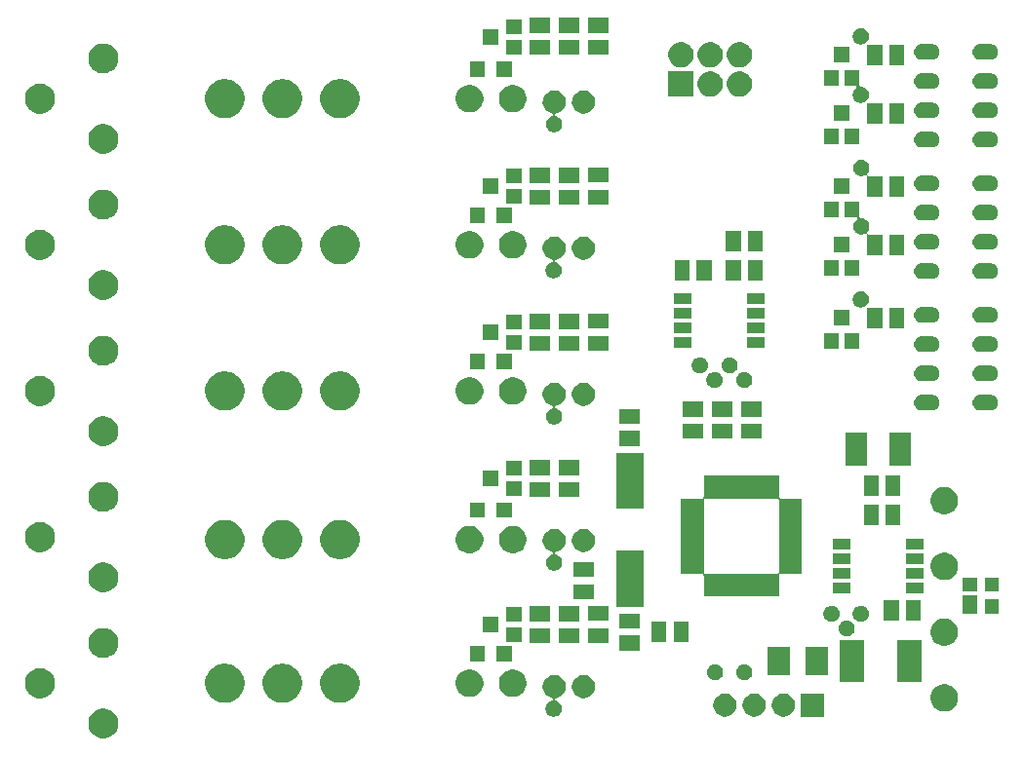
<source format=gbr>
G04 #@! TF.GenerationSoftware,KiCad,Pcbnew,5.0.2-bee76a0~70~ubuntu18.04.1*
G04 #@! TF.CreationDate,2018-12-27T21:02:31+01:00*
G04 #@! TF.ProjectId,switch_3pole_5x,73776974-6368-45f3-9370-6f6c655f3578,B*
G04 #@! TF.SameCoordinates,Original*
G04 #@! TF.FileFunction,Soldermask,Bot*
G04 #@! TF.FilePolarity,Negative*
%FSLAX46Y46*%
G04 Gerber Fmt 4.6, Leading zero omitted, Abs format (unit mm)*
G04 Created by KiCad (PCBNEW 5.0.2-bee76a0~70~ubuntu18.04.1) date Do 27 Dez 2018 21:02:31 CET*
%MOMM*%
%LPD*%
G01*
G04 APERTURE LIST*
%ADD10C,0.100000*%
G04 APERTURE END LIST*
D10*
G36*
X111519196Y-111469958D02*
X111755780Y-111567954D01*
X111968705Y-111710226D01*
X112149774Y-111891295D01*
X112292046Y-112104220D01*
X112390042Y-112340804D01*
X112440000Y-112591960D01*
X112440000Y-112848040D01*
X112390042Y-113099196D01*
X112292046Y-113335780D01*
X112149774Y-113548705D01*
X111968705Y-113729774D01*
X111755780Y-113872046D01*
X111519196Y-113970042D01*
X111268040Y-114020000D01*
X111011960Y-114020000D01*
X110760804Y-113970042D01*
X110524220Y-113872046D01*
X110311295Y-113729774D01*
X110130226Y-113548705D01*
X109987954Y-113335780D01*
X109889958Y-113099196D01*
X109840000Y-112848040D01*
X109840000Y-112591960D01*
X109889958Y-112340804D01*
X109987954Y-112104220D01*
X110130226Y-111891295D01*
X110311295Y-111710226D01*
X110524220Y-111567954D01*
X110760804Y-111469958D01*
X111011960Y-111420000D01*
X111268040Y-111420000D01*
X111519196Y-111469958D01*
X111519196Y-111469958D01*
G37*
G36*
X150455770Y-108545372D02*
X150571689Y-108568429D01*
X150753678Y-108643811D01*
X150917463Y-108753249D01*
X151056751Y-108892537D01*
X151166189Y-109056322D01*
X151241571Y-109238311D01*
X151251852Y-109290000D01*
X151279019Y-109426574D01*
X151280000Y-109431509D01*
X151280000Y-109628491D01*
X151241571Y-109821689D01*
X151166189Y-110003678D01*
X151056751Y-110167463D01*
X150917463Y-110306751D01*
X150753678Y-110416189D01*
X150571689Y-110491571D01*
X150439757Y-110517814D01*
X150416310Y-110524926D01*
X150394699Y-110536477D01*
X150375757Y-110552022D01*
X150360211Y-110570964D01*
X150348660Y-110592575D01*
X150341547Y-110616024D01*
X150339145Y-110640411D01*
X150341547Y-110664797D01*
X150348660Y-110688246D01*
X150360211Y-110709857D01*
X150375756Y-110728799D01*
X150394698Y-110744345D01*
X150416309Y-110755896D01*
X150428931Y-110759725D01*
X150561574Y-110814668D01*
X150676224Y-110891274D01*
X150773726Y-110988776D01*
X150850332Y-111103426D01*
X150903100Y-111230817D01*
X150930000Y-111366055D01*
X150930000Y-111503945D01*
X150903100Y-111639183D01*
X150850332Y-111766574D01*
X150773725Y-111881225D01*
X150676225Y-111978725D01*
X150561574Y-112055332D01*
X150434183Y-112108100D01*
X150298945Y-112135000D01*
X150161055Y-112135000D01*
X150025817Y-112108100D01*
X149898426Y-112055332D01*
X149783775Y-111978725D01*
X149686275Y-111881225D01*
X149609668Y-111766574D01*
X149556900Y-111639183D01*
X149530000Y-111503945D01*
X149530000Y-111366055D01*
X149556900Y-111230817D01*
X149609668Y-111103426D01*
X149686274Y-110988776D01*
X149783776Y-110891274D01*
X149898426Y-110814668D01*
X150025817Y-110761900D01*
X150070241Y-110753064D01*
X150093690Y-110745951D01*
X150115301Y-110734400D01*
X150134243Y-110718855D01*
X150149788Y-110699913D01*
X150161340Y-110678302D01*
X150168453Y-110654853D01*
X150170855Y-110630467D01*
X150168453Y-110606080D01*
X150161340Y-110582631D01*
X150149789Y-110561020D01*
X150134244Y-110542078D01*
X150115302Y-110526533D01*
X150093691Y-110514981D01*
X150070242Y-110507868D01*
X150052394Y-110504318D01*
X149988311Y-110491571D01*
X149806322Y-110416189D01*
X149642537Y-110306751D01*
X149503249Y-110167463D01*
X149393811Y-110003678D01*
X149318429Y-109821689D01*
X149280000Y-109628491D01*
X149280000Y-109431509D01*
X149280982Y-109426574D01*
X149308148Y-109290000D01*
X149318429Y-109238311D01*
X149393811Y-109056322D01*
X149503249Y-108892537D01*
X149642537Y-108753249D01*
X149806322Y-108643811D01*
X149988311Y-108568429D01*
X150104230Y-108545372D01*
X150181507Y-108530000D01*
X150378493Y-108530000D01*
X150455770Y-108545372D01*
X150455770Y-108545372D01*
G37*
G36*
X167813766Y-110139973D02*
X167931689Y-110163429D01*
X168113678Y-110238811D01*
X168277463Y-110348249D01*
X168416751Y-110487537D01*
X168526189Y-110651322D01*
X168601571Y-110833311D01*
X168618814Y-110920000D01*
X168640000Y-111026507D01*
X168640000Y-111223493D01*
X168633741Y-111254958D01*
X168601571Y-111416689D01*
X168526189Y-111598678D01*
X168416751Y-111762463D01*
X168277463Y-111901751D01*
X168113678Y-112011189D01*
X167931689Y-112086571D01*
X167842965Y-112104219D01*
X167738493Y-112125000D01*
X167541507Y-112125000D01*
X167437035Y-112104219D01*
X167348311Y-112086571D01*
X167166322Y-112011189D01*
X167002537Y-111901751D01*
X166863249Y-111762463D01*
X166753811Y-111598678D01*
X166678429Y-111416689D01*
X166646259Y-111254958D01*
X166640000Y-111223493D01*
X166640000Y-111026507D01*
X166661186Y-110920000D01*
X166678429Y-110833311D01*
X166753811Y-110651322D01*
X166863249Y-110487537D01*
X167002537Y-110348249D01*
X167166322Y-110238811D01*
X167348311Y-110163429D01*
X167466234Y-110139973D01*
X167541507Y-110125000D01*
X167738493Y-110125000D01*
X167813766Y-110139973D01*
X167813766Y-110139973D01*
G37*
G36*
X165273766Y-110139973D02*
X165391689Y-110163429D01*
X165573678Y-110238811D01*
X165737463Y-110348249D01*
X165876751Y-110487537D01*
X165986189Y-110651322D01*
X166061571Y-110833311D01*
X166078814Y-110920000D01*
X166100000Y-111026507D01*
X166100000Y-111223493D01*
X166093741Y-111254958D01*
X166061571Y-111416689D01*
X165986189Y-111598678D01*
X165876751Y-111762463D01*
X165737463Y-111901751D01*
X165573678Y-112011189D01*
X165391689Y-112086571D01*
X165302965Y-112104219D01*
X165198493Y-112125000D01*
X165001507Y-112125000D01*
X164897035Y-112104219D01*
X164808311Y-112086571D01*
X164626322Y-112011189D01*
X164462537Y-111901751D01*
X164323249Y-111762463D01*
X164213811Y-111598678D01*
X164138429Y-111416689D01*
X164106259Y-111254958D01*
X164100000Y-111223493D01*
X164100000Y-111026507D01*
X164121186Y-110920000D01*
X164138429Y-110833311D01*
X164213811Y-110651322D01*
X164323249Y-110487537D01*
X164462537Y-110348249D01*
X164626322Y-110238811D01*
X164808311Y-110163429D01*
X164926234Y-110139973D01*
X165001507Y-110125000D01*
X165198493Y-110125000D01*
X165273766Y-110139973D01*
X165273766Y-110139973D01*
G37*
G36*
X173720000Y-112125000D02*
X171720000Y-112125000D01*
X171720000Y-110125000D01*
X173720000Y-110125000D01*
X173720000Y-112125000D01*
X173720000Y-112125000D01*
G37*
G36*
X170353766Y-110139973D02*
X170471689Y-110163429D01*
X170653678Y-110238811D01*
X170817463Y-110348249D01*
X170956751Y-110487537D01*
X171066189Y-110651322D01*
X171141571Y-110833311D01*
X171158814Y-110920000D01*
X171180000Y-111026507D01*
X171180000Y-111223493D01*
X171173741Y-111254958D01*
X171141571Y-111416689D01*
X171066189Y-111598678D01*
X170956751Y-111762463D01*
X170817463Y-111901751D01*
X170653678Y-112011189D01*
X170471689Y-112086571D01*
X170382965Y-112104219D01*
X170278493Y-112125000D01*
X170081507Y-112125000D01*
X169977035Y-112104219D01*
X169888311Y-112086571D01*
X169706322Y-112011189D01*
X169542537Y-111901751D01*
X169403249Y-111762463D01*
X169293811Y-111598678D01*
X169218429Y-111416689D01*
X169186259Y-111254958D01*
X169180000Y-111223493D01*
X169180000Y-111026507D01*
X169201186Y-110920000D01*
X169218429Y-110833311D01*
X169293811Y-110651322D01*
X169403249Y-110487537D01*
X169542537Y-110348249D01*
X169706322Y-110238811D01*
X169888311Y-110163429D01*
X170006234Y-110139973D01*
X170081507Y-110125000D01*
X170278493Y-110125000D01*
X170353766Y-110139973D01*
X170353766Y-110139973D01*
G37*
G36*
X184500026Y-109336115D02*
X184718412Y-109426573D01*
X184914958Y-109557901D01*
X185082099Y-109725042D01*
X185213427Y-109921588D01*
X185303885Y-110139974D01*
X185350000Y-110371809D01*
X185350000Y-110608191D01*
X185303885Y-110840026D01*
X185213427Y-111058412D01*
X185082099Y-111254958D01*
X184914958Y-111422099D01*
X184718412Y-111553427D01*
X184500026Y-111643885D01*
X184268191Y-111690000D01*
X184031809Y-111690000D01*
X183799974Y-111643885D01*
X183581588Y-111553427D01*
X183385042Y-111422099D01*
X183217901Y-111254958D01*
X183086573Y-111058412D01*
X182996115Y-110840026D01*
X182950000Y-110608191D01*
X182950000Y-110371809D01*
X182996115Y-110139974D01*
X183086573Y-109921588D01*
X183217901Y-109725042D01*
X183385042Y-109557901D01*
X183581588Y-109426573D01*
X183799974Y-109336115D01*
X184031809Y-109290000D01*
X184268191Y-109290000D01*
X184500026Y-109336115D01*
X184500026Y-109336115D01*
G37*
G36*
X122053529Y-107560000D02*
X122180872Y-107585330D01*
X122490252Y-107713479D01*
X122768687Y-107899523D01*
X123005477Y-108136313D01*
X123191521Y-108414748D01*
X123319670Y-108724128D01*
X123325463Y-108753253D01*
X123385000Y-109052563D01*
X123385000Y-109387437D01*
X123348680Y-109570027D01*
X123319670Y-109715872D01*
X123191521Y-110025252D01*
X123005477Y-110303687D01*
X122768687Y-110540477D01*
X122490252Y-110726521D01*
X122180872Y-110854670D01*
X122071393Y-110876447D01*
X121852437Y-110920000D01*
X121517563Y-110920000D01*
X121298607Y-110876447D01*
X121189128Y-110854670D01*
X120879748Y-110726521D01*
X120601313Y-110540477D01*
X120364523Y-110303687D01*
X120178479Y-110025252D01*
X120050330Y-109715872D01*
X120021320Y-109570027D01*
X119985000Y-109387437D01*
X119985000Y-109052563D01*
X120044537Y-108753253D01*
X120050330Y-108724128D01*
X120178479Y-108414748D01*
X120364523Y-108136313D01*
X120601313Y-107899523D01*
X120879748Y-107713479D01*
X121189128Y-107585330D01*
X121316471Y-107560000D01*
X121517563Y-107520000D01*
X121852437Y-107520000D01*
X122053529Y-107560000D01*
X122053529Y-107560000D01*
G37*
G36*
X127053529Y-107560000D02*
X127180872Y-107585330D01*
X127490252Y-107713479D01*
X127768687Y-107899523D01*
X128005477Y-108136313D01*
X128191521Y-108414748D01*
X128319670Y-108724128D01*
X128325463Y-108753253D01*
X128385000Y-109052563D01*
X128385000Y-109387437D01*
X128348680Y-109570027D01*
X128319670Y-109715872D01*
X128191521Y-110025252D01*
X128005477Y-110303687D01*
X127768687Y-110540477D01*
X127490252Y-110726521D01*
X127180872Y-110854670D01*
X127071393Y-110876447D01*
X126852437Y-110920000D01*
X126517563Y-110920000D01*
X126298607Y-110876447D01*
X126189128Y-110854670D01*
X125879748Y-110726521D01*
X125601313Y-110540477D01*
X125364523Y-110303687D01*
X125178479Y-110025252D01*
X125050330Y-109715872D01*
X125021320Y-109570027D01*
X124985000Y-109387437D01*
X124985000Y-109052563D01*
X125044537Y-108753253D01*
X125050330Y-108724128D01*
X125178479Y-108414748D01*
X125364523Y-108136313D01*
X125601313Y-107899523D01*
X125879748Y-107713479D01*
X126189128Y-107585330D01*
X126316471Y-107560000D01*
X126517563Y-107520000D01*
X126852437Y-107520000D01*
X127053529Y-107560000D01*
X127053529Y-107560000D01*
G37*
G36*
X132053529Y-107560000D02*
X132180872Y-107585330D01*
X132490252Y-107713479D01*
X132768687Y-107899523D01*
X133005477Y-108136313D01*
X133191521Y-108414748D01*
X133319670Y-108724128D01*
X133325463Y-108753253D01*
X133385000Y-109052563D01*
X133385000Y-109387437D01*
X133348680Y-109570027D01*
X133319670Y-109715872D01*
X133191521Y-110025252D01*
X133005477Y-110303687D01*
X132768687Y-110540477D01*
X132490252Y-110726521D01*
X132180872Y-110854670D01*
X132071393Y-110876447D01*
X131852437Y-110920000D01*
X131517563Y-110920000D01*
X131298607Y-110876447D01*
X131189128Y-110854670D01*
X130879748Y-110726521D01*
X130601313Y-110540477D01*
X130364523Y-110303687D01*
X130178479Y-110025252D01*
X130050330Y-109715872D01*
X130021320Y-109570027D01*
X129985000Y-109387437D01*
X129985000Y-109052563D01*
X130044537Y-108753253D01*
X130050330Y-108724128D01*
X130178479Y-108414748D01*
X130364523Y-108136313D01*
X130601313Y-107899523D01*
X130879748Y-107713479D01*
X131189128Y-107585330D01*
X131316471Y-107560000D01*
X131517563Y-107520000D01*
X131852437Y-107520000D01*
X132053529Y-107560000D01*
X132053529Y-107560000D01*
G37*
G36*
X152995770Y-108545372D02*
X153111689Y-108568429D01*
X153293678Y-108643811D01*
X153457463Y-108753249D01*
X153596751Y-108892537D01*
X153706189Y-109056322D01*
X153781571Y-109238311D01*
X153791852Y-109290000D01*
X153819019Y-109426574D01*
X153820000Y-109431509D01*
X153820000Y-109628491D01*
X153781571Y-109821689D01*
X153706189Y-110003678D01*
X153596751Y-110167463D01*
X153457463Y-110306751D01*
X153293678Y-110416189D01*
X153111689Y-110491571D01*
X153029757Y-110507868D01*
X152918493Y-110530000D01*
X152721507Y-110530000D01*
X152610243Y-110507868D01*
X152528311Y-110491571D01*
X152346322Y-110416189D01*
X152182537Y-110306751D01*
X152043249Y-110167463D01*
X151933811Y-110003678D01*
X151858429Y-109821689D01*
X151820000Y-109628491D01*
X151820000Y-109431509D01*
X151820982Y-109426574D01*
X151848148Y-109290000D01*
X151858429Y-109238311D01*
X151933811Y-109056322D01*
X152043249Y-108892537D01*
X152182537Y-108753249D01*
X152346322Y-108643811D01*
X152528311Y-108568429D01*
X152644230Y-108545372D01*
X152721507Y-108530000D01*
X152918493Y-108530000D01*
X152995770Y-108545372D01*
X152995770Y-108545372D01*
G37*
G36*
X106019196Y-107969958D02*
X106255780Y-108067954D01*
X106468705Y-108210226D01*
X106649774Y-108391295D01*
X106792046Y-108604220D01*
X106890042Y-108840804D01*
X106940000Y-109091960D01*
X106940000Y-109348040D01*
X106890042Y-109599196D01*
X106792046Y-109835780D01*
X106649774Y-110048705D01*
X106468705Y-110229774D01*
X106255780Y-110372046D01*
X106019196Y-110470042D01*
X105768040Y-110520000D01*
X105511960Y-110520000D01*
X105260804Y-110470042D01*
X105024220Y-110372046D01*
X104811295Y-110229774D01*
X104630226Y-110048705D01*
X104487954Y-109835780D01*
X104389958Y-109599196D01*
X104340000Y-109348040D01*
X104340000Y-109091960D01*
X104389958Y-108840804D01*
X104487954Y-108604220D01*
X104630226Y-108391295D01*
X104811295Y-108210226D01*
X105024220Y-108067954D01*
X105260804Y-107969958D01*
X105511960Y-107920000D01*
X105768040Y-107920000D01*
X106019196Y-107969958D01*
X106019196Y-107969958D01*
G37*
G36*
X147035026Y-108066115D02*
X147253412Y-108156573D01*
X147449958Y-108287901D01*
X147617099Y-108455042D01*
X147748427Y-108651588D01*
X147838885Y-108869974D01*
X147885000Y-109101809D01*
X147885000Y-109338191D01*
X147838885Y-109570026D01*
X147748427Y-109788412D01*
X147617099Y-109984958D01*
X147449958Y-110152099D01*
X147253412Y-110283427D01*
X147035026Y-110373885D01*
X146803191Y-110420000D01*
X146566809Y-110420000D01*
X146334974Y-110373885D01*
X146116588Y-110283427D01*
X145920042Y-110152099D01*
X145752901Y-109984958D01*
X145621573Y-109788412D01*
X145531115Y-109570026D01*
X145485000Y-109338191D01*
X145485000Y-109101809D01*
X145531115Y-108869974D01*
X145621573Y-108651588D01*
X145752901Y-108455042D01*
X145920042Y-108287901D01*
X146116588Y-108156573D01*
X146334974Y-108066115D01*
X146566809Y-108020000D01*
X146803191Y-108020000D01*
X147035026Y-108066115D01*
X147035026Y-108066115D01*
G37*
G36*
X143285026Y-108066115D02*
X143503412Y-108156573D01*
X143699958Y-108287901D01*
X143867099Y-108455042D01*
X143998427Y-108651588D01*
X144088885Y-108869974D01*
X144135000Y-109101809D01*
X144135000Y-109338191D01*
X144088885Y-109570026D01*
X143998427Y-109788412D01*
X143867099Y-109984958D01*
X143699958Y-110152099D01*
X143503412Y-110283427D01*
X143285026Y-110373885D01*
X143053191Y-110420000D01*
X142816809Y-110420000D01*
X142584974Y-110373885D01*
X142366588Y-110283427D01*
X142170042Y-110152099D01*
X142002901Y-109984958D01*
X141871573Y-109788412D01*
X141781115Y-109570026D01*
X141735000Y-109338191D01*
X141735000Y-109101809D01*
X141781115Y-108869974D01*
X141871573Y-108651588D01*
X142002901Y-108455042D01*
X142170042Y-108287901D01*
X142366588Y-108156573D01*
X142584974Y-108066115D01*
X142816809Y-108020000D01*
X143053191Y-108020000D01*
X143285026Y-108066115D01*
X143285026Y-108066115D01*
G37*
G36*
X177210670Y-109115200D02*
X175030130Y-109115200D01*
X175030130Y-105514800D01*
X177210670Y-105514800D01*
X177210670Y-109115200D01*
X177210670Y-109115200D01*
G37*
G36*
X182214470Y-109115200D02*
X180033930Y-109115200D01*
X180033930Y-105514800D01*
X182214470Y-105514800D01*
X182214470Y-109115200D01*
X182214470Y-109115200D01*
G37*
G36*
X166994183Y-107586900D02*
X167121574Y-107639668D01*
X167232041Y-107713479D01*
X167236225Y-107716275D01*
X167333725Y-107813775D01*
X167410332Y-107928426D01*
X167463100Y-108055817D01*
X167490000Y-108191055D01*
X167490000Y-108328945D01*
X167463100Y-108464183D01*
X167410332Y-108591574D01*
X167333725Y-108706225D01*
X167236225Y-108803725D01*
X167121574Y-108880332D01*
X166994183Y-108933100D01*
X166858945Y-108960000D01*
X166721055Y-108960000D01*
X166585817Y-108933100D01*
X166458426Y-108880332D01*
X166343775Y-108803725D01*
X166246275Y-108706225D01*
X166169668Y-108591574D01*
X166116900Y-108464183D01*
X166090000Y-108328945D01*
X166090000Y-108191055D01*
X166116900Y-108055817D01*
X166169668Y-107928426D01*
X166246275Y-107813775D01*
X166343775Y-107716275D01*
X166347960Y-107713479D01*
X166458426Y-107639668D01*
X166585817Y-107586900D01*
X166721055Y-107560000D01*
X166858945Y-107560000D01*
X166994183Y-107586900D01*
X166994183Y-107586900D01*
G37*
G36*
X164454183Y-107586900D02*
X164581574Y-107639668D01*
X164692041Y-107713479D01*
X164696225Y-107716275D01*
X164793725Y-107813775D01*
X164870332Y-107928426D01*
X164923100Y-108055817D01*
X164950000Y-108191055D01*
X164950000Y-108328945D01*
X164923100Y-108464183D01*
X164870332Y-108591574D01*
X164793725Y-108706225D01*
X164696225Y-108803725D01*
X164581574Y-108880332D01*
X164454183Y-108933100D01*
X164318945Y-108960000D01*
X164181055Y-108960000D01*
X164045817Y-108933100D01*
X163918426Y-108880332D01*
X163803775Y-108803725D01*
X163706275Y-108706225D01*
X163629668Y-108591574D01*
X163576900Y-108464183D01*
X163550000Y-108328945D01*
X163550000Y-108191055D01*
X163576900Y-108055817D01*
X163629668Y-107928426D01*
X163706275Y-107813775D01*
X163803775Y-107716275D01*
X163807960Y-107713479D01*
X163918426Y-107639668D01*
X164045817Y-107586900D01*
X164181055Y-107560000D01*
X164318945Y-107560000D01*
X164454183Y-107586900D01*
X164454183Y-107586900D01*
G37*
G36*
X170761000Y-108531000D02*
X168837000Y-108531000D01*
X168837000Y-106099000D01*
X170761000Y-106099000D01*
X170761000Y-108531000D01*
X170761000Y-108531000D01*
G37*
G36*
X174063000Y-108531000D02*
X172139000Y-108531000D01*
X172139000Y-106099000D01*
X174063000Y-106099000D01*
X174063000Y-108531000D01*
X174063000Y-108531000D01*
G37*
G36*
X146613220Y-107337200D02*
X145298820Y-107337200D01*
X145298820Y-106022800D01*
X146613220Y-106022800D01*
X146613220Y-107337200D01*
X146613220Y-107337200D01*
G37*
G36*
X144261180Y-107337200D02*
X142946780Y-107337200D01*
X142946780Y-106022800D01*
X144261180Y-106022800D01*
X144261180Y-107337200D01*
X144261180Y-107337200D01*
G37*
G36*
X111519196Y-104469958D02*
X111755780Y-104567954D01*
X111968705Y-104710226D01*
X112149774Y-104891295D01*
X112292046Y-105104220D01*
X112390042Y-105340804D01*
X112440000Y-105591960D01*
X112440000Y-105848040D01*
X112390042Y-106099196D01*
X112292046Y-106335780D01*
X112149774Y-106548705D01*
X111968705Y-106729774D01*
X111755780Y-106872046D01*
X111519196Y-106970042D01*
X111268040Y-107020000D01*
X111011960Y-107020000D01*
X110760804Y-106970042D01*
X110524220Y-106872046D01*
X110311295Y-106729774D01*
X110130226Y-106548705D01*
X109987954Y-106335780D01*
X109889958Y-106099196D01*
X109840000Y-105848040D01*
X109840000Y-105591960D01*
X109889958Y-105340804D01*
X109987954Y-105104220D01*
X110130226Y-104891295D01*
X110311295Y-104710226D01*
X110524220Y-104567954D01*
X110760804Y-104469958D01*
X111011960Y-104420000D01*
X111268040Y-104420000D01*
X111519196Y-104469958D01*
X111519196Y-104469958D01*
G37*
G36*
X157743500Y-106372000D02*
X155946500Y-106372000D01*
X155946500Y-105083000D01*
X157743500Y-105083000D01*
X157743500Y-106372000D01*
X157743500Y-106372000D01*
G37*
G36*
X184500026Y-103621115D02*
X184718412Y-103711573D01*
X184914958Y-103842901D01*
X185082099Y-104010042D01*
X185213427Y-104206588D01*
X185303885Y-104424974D01*
X185350000Y-104656809D01*
X185350000Y-104893191D01*
X185303885Y-105125026D01*
X185213427Y-105343412D01*
X185082099Y-105539958D01*
X184914958Y-105707099D01*
X184718412Y-105838427D01*
X184500026Y-105928885D01*
X184268191Y-105975000D01*
X184031809Y-105975000D01*
X183799974Y-105928885D01*
X183581588Y-105838427D01*
X183385042Y-105707099D01*
X183217901Y-105539958D01*
X183086573Y-105343412D01*
X182996115Y-105125026D01*
X182950000Y-104893191D01*
X182950000Y-104656809D01*
X182996115Y-104424974D01*
X183086573Y-104206588D01*
X183217901Y-104010042D01*
X183385042Y-103842901D01*
X183581588Y-103711573D01*
X183799974Y-103621115D01*
X184031809Y-103575000D01*
X184268191Y-103575000D01*
X184500026Y-103621115D01*
X184500026Y-103621115D01*
G37*
G36*
X149908500Y-105737000D02*
X148111500Y-105737000D01*
X148111500Y-104448000D01*
X149908500Y-104448000D01*
X149908500Y-105737000D01*
X149908500Y-105737000D01*
G37*
G36*
X152448500Y-105737000D02*
X150651500Y-105737000D01*
X150651500Y-104448000D01*
X152448500Y-104448000D01*
X152448500Y-105737000D01*
X152448500Y-105737000D01*
G37*
G36*
X154988500Y-105729500D02*
X153191500Y-105729500D01*
X153191500Y-104440500D01*
X154988500Y-104440500D01*
X154988500Y-105729500D01*
X154988500Y-105729500D01*
G37*
G36*
X147469200Y-105686200D02*
X146154800Y-105686200D01*
X146154800Y-104371800D01*
X147469200Y-104371800D01*
X147469200Y-105686200D01*
X147469200Y-105686200D01*
G37*
G36*
X160029500Y-105673500D02*
X158740500Y-105673500D01*
X158740500Y-103876500D01*
X160029500Y-103876500D01*
X160029500Y-105673500D01*
X160029500Y-105673500D01*
G37*
G36*
X161934500Y-105673500D02*
X160645500Y-105673500D01*
X160645500Y-103876500D01*
X161934500Y-103876500D01*
X161934500Y-105673500D01*
X161934500Y-105673500D01*
G37*
G36*
X175884183Y-103776900D02*
X176011574Y-103829668D01*
X176126224Y-103906274D01*
X176223726Y-104003776D01*
X176300332Y-104118426D01*
X176353100Y-104245817D01*
X176380000Y-104381055D01*
X176380000Y-104518945D01*
X176353100Y-104654183D01*
X176300332Y-104781574D01*
X176225753Y-104893191D01*
X176223725Y-104896225D01*
X176126225Y-104993725D01*
X176011574Y-105070332D01*
X175884183Y-105123100D01*
X175748945Y-105150000D01*
X175611055Y-105150000D01*
X175475817Y-105123100D01*
X175348426Y-105070332D01*
X175233775Y-104993725D01*
X175136275Y-104896225D01*
X175134248Y-104893191D01*
X175059668Y-104781574D01*
X175006900Y-104654183D01*
X174980000Y-104518945D01*
X174980000Y-104381055D01*
X175006900Y-104245817D01*
X175059668Y-104118426D01*
X175136274Y-104003776D01*
X175233776Y-103906274D01*
X175348426Y-103829668D01*
X175475817Y-103776900D01*
X175611055Y-103750000D01*
X175748945Y-103750000D01*
X175884183Y-103776900D01*
X175884183Y-103776900D01*
G37*
G36*
X145437200Y-104797200D02*
X144122800Y-104797200D01*
X144122800Y-103482800D01*
X145437200Y-103482800D01*
X145437200Y-104797200D01*
X145437200Y-104797200D01*
G37*
G36*
X157743500Y-104467000D02*
X155946500Y-104467000D01*
X155946500Y-103178000D01*
X157743500Y-103178000D01*
X157743500Y-104467000D01*
X157743500Y-104467000D01*
G37*
G36*
X147469200Y-103908200D02*
X146154800Y-103908200D01*
X146154800Y-102593800D01*
X147469200Y-102593800D01*
X147469200Y-103908200D01*
X147469200Y-103908200D01*
G37*
G36*
X177104183Y-102506900D02*
X177231574Y-102559668D01*
X177282657Y-102593800D01*
X177346225Y-102636275D01*
X177443725Y-102733775D01*
X177520332Y-102848426D01*
X177573100Y-102975817D01*
X177600000Y-103111055D01*
X177600000Y-103248945D01*
X177573100Y-103384183D01*
X177520332Y-103511574D01*
X177447140Y-103621115D01*
X177443725Y-103626225D01*
X177346225Y-103723725D01*
X177231574Y-103800332D01*
X177104183Y-103853100D01*
X176968945Y-103880000D01*
X176831055Y-103880000D01*
X176695817Y-103853100D01*
X176568426Y-103800332D01*
X176453775Y-103723725D01*
X176356275Y-103626225D01*
X176352861Y-103621115D01*
X176279668Y-103511574D01*
X176226900Y-103384183D01*
X176200000Y-103248945D01*
X176200000Y-103111055D01*
X176226900Y-102975817D01*
X176279668Y-102848426D01*
X176356275Y-102733775D01*
X176453775Y-102636275D01*
X176517344Y-102593800D01*
X176568426Y-102559668D01*
X176695817Y-102506900D01*
X176831055Y-102480000D01*
X176968945Y-102480000D01*
X177104183Y-102506900D01*
X177104183Y-102506900D01*
G37*
G36*
X174564183Y-102506900D02*
X174691574Y-102559668D01*
X174742657Y-102593800D01*
X174806225Y-102636275D01*
X174903725Y-102733775D01*
X174980332Y-102848426D01*
X175033100Y-102975817D01*
X175060000Y-103111055D01*
X175060000Y-103248945D01*
X175033100Y-103384183D01*
X174980332Y-103511574D01*
X174907140Y-103621115D01*
X174903725Y-103626225D01*
X174806225Y-103723725D01*
X174691574Y-103800332D01*
X174564183Y-103853100D01*
X174428945Y-103880000D01*
X174291055Y-103880000D01*
X174155817Y-103853100D01*
X174028426Y-103800332D01*
X173913775Y-103723725D01*
X173816275Y-103626225D01*
X173812861Y-103621115D01*
X173739668Y-103511574D01*
X173686900Y-103384183D01*
X173660000Y-103248945D01*
X173660000Y-103111055D01*
X173686900Y-102975817D01*
X173739668Y-102848426D01*
X173816275Y-102733775D01*
X173913775Y-102636275D01*
X173977344Y-102593800D01*
X174028426Y-102559668D01*
X174155817Y-102506900D01*
X174291055Y-102480000D01*
X174428945Y-102480000D01*
X174564183Y-102506900D01*
X174564183Y-102506900D01*
G37*
G36*
X149908500Y-103832000D02*
X148111500Y-103832000D01*
X148111500Y-102543000D01*
X149908500Y-102543000D01*
X149908500Y-103832000D01*
X149908500Y-103832000D01*
G37*
G36*
X152448500Y-103832000D02*
X150651500Y-103832000D01*
X150651500Y-102543000D01*
X152448500Y-102543000D01*
X152448500Y-103832000D01*
X152448500Y-103832000D01*
G37*
G36*
X154988500Y-103824500D02*
X153191500Y-103824500D01*
X153191500Y-102535500D01*
X154988500Y-102535500D01*
X154988500Y-103824500D01*
X154988500Y-103824500D01*
G37*
G36*
X182103000Y-103768500D02*
X180814000Y-103768500D01*
X180814000Y-101971500D01*
X182103000Y-101971500D01*
X182103000Y-103768500D01*
X182103000Y-103768500D01*
G37*
G36*
X180198000Y-103768500D02*
X178909000Y-103768500D01*
X178909000Y-101971500D01*
X180198000Y-101971500D01*
X180198000Y-103768500D01*
X180198000Y-103768500D01*
G37*
G36*
X188900000Y-103175000D02*
X187650000Y-103175000D01*
X187650000Y-101925000D01*
X188900000Y-101925000D01*
X188900000Y-103175000D01*
X188900000Y-103175000D01*
G37*
G36*
X187000000Y-103169620D02*
X185750000Y-103169620D01*
X185750000Y-101569620D01*
X187000000Y-101569620D01*
X187000000Y-103169620D01*
X187000000Y-103169620D01*
G37*
G36*
X158044490Y-102584860D02*
X155645510Y-102584860D01*
X155645510Y-97683980D01*
X158044490Y-97683980D01*
X158044490Y-102584860D01*
X158044490Y-102584860D01*
G37*
G36*
X153718500Y-101919500D02*
X151921500Y-101919500D01*
X151921500Y-100630500D01*
X153718500Y-100630500D01*
X153718500Y-101919500D01*
X153718500Y-101919500D01*
G37*
G36*
X169811000Y-93049000D02*
X169813402Y-93073386D01*
X169820515Y-93096835D01*
X169832066Y-93118446D01*
X169847612Y-93137388D01*
X169866554Y-93152934D01*
X169888165Y-93164485D01*
X169911614Y-93171598D01*
X169936000Y-93174000D01*
X171786000Y-93174000D01*
X171786000Y-99724000D01*
X169936000Y-99724000D01*
X169911614Y-99726402D01*
X169888165Y-99733515D01*
X169866554Y-99745066D01*
X169847612Y-99760612D01*
X169832066Y-99779554D01*
X169820515Y-99801165D01*
X169813402Y-99824614D01*
X169811000Y-99849000D01*
X169811000Y-101699000D01*
X163261000Y-101699000D01*
X163261000Y-99849000D01*
X163258598Y-99824614D01*
X163251485Y-99801165D01*
X163239934Y-99779554D01*
X163224388Y-99760612D01*
X163205446Y-99745066D01*
X163183835Y-99733515D01*
X163160386Y-99726402D01*
X163136000Y-99724000D01*
X161286000Y-99724000D01*
X161286000Y-93324000D01*
X163286000Y-93324000D01*
X163286000Y-99574000D01*
X163288402Y-99598386D01*
X163295515Y-99621835D01*
X163307066Y-99643446D01*
X163322612Y-99662388D01*
X163341554Y-99677934D01*
X163363165Y-99689485D01*
X163386614Y-99696598D01*
X163411000Y-99699000D01*
X169661000Y-99699000D01*
X169685386Y-99696598D01*
X169708835Y-99689485D01*
X169730446Y-99677934D01*
X169749388Y-99662388D01*
X169764934Y-99643446D01*
X169776485Y-99621835D01*
X169783598Y-99598386D01*
X169786000Y-99574000D01*
X169786000Y-93324000D01*
X169783598Y-93299614D01*
X169776485Y-93276165D01*
X169764934Y-93254554D01*
X169749388Y-93235612D01*
X169730446Y-93220066D01*
X169708835Y-93208515D01*
X169685386Y-93201402D01*
X169661000Y-93199000D01*
X163411000Y-93199000D01*
X163386614Y-93201402D01*
X163363165Y-93208515D01*
X163341554Y-93220066D01*
X163322612Y-93235612D01*
X163307066Y-93254554D01*
X163295515Y-93276165D01*
X163288402Y-93299614D01*
X163286000Y-93324000D01*
X161286000Y-93324000D01*
X161286000Y-93174000D01*
X163136000Y-93174000D01*
X163160386Y-93171598D01*
X163183835Y-93164485D01*
X163205446Y-93152934D01*
X163224388Y-93137388D01*
X163239934Y-93118446D01*
X163251485Y-93096835D01*
X163258598Y-93073386D01*
X163261000Y-93049000D01*
X163261000Y-91199000D01*
X169811000Y-91199000D01*
X169811000Y-93049000D01*
X169811000Y-93049000D01*
G37*
G36*
X182381500Y-101419000D02*
X180838500Y-101419000D01*
X180838500Y-100511000D01*
X182381500Y-100511000D01*
X182381500Y-101419000D01*
X182381500Y-101419000D01*
G37*
G36*
X176031500Y-101419000D02*
X174488500Y-101419000D01*
X174488500Y-100511000D01*
X176031500Y-100511000D01*
X176031500Y-101419000D01*
X176031500Y-101419000D01*
G37*
G36*
X111519196Y-98769958D02*
X111755780Y-98867954D01*
X111968705Y-99010226D01*
X112149774Y-99191295D01*
X112292046Y-99404220D01*
X112390042Y-99640804D01*
X112440000Y-99891960D01*
X112440000Y-100148040D01*
X112390042Y-100399196D01*
X112292046Y-100635780D01*
X112149774Y-100848705D01*
X111968705Y-101029774D01*
X111755780Y-101172046D01*
X111519196Y-101270042D01*
X111268040Y-101320000D01*
X111011960Y-101320000D01*
X110760804Y-101270042D01*
X110524220Y-101172046D01*
X110311295Y-101029774D01*
X110130226Y-100848705D01*
X109987954Y-100635780D01*
X109889958Y-100399196D01*
X109840000Y-100148040D01*
X109840000Y-99891960D01*
X109889958Y-99640804D01*
X109987954Y-99404220D01*
X110130226Y-99191295D01*
X110311295Y-99010226D01*
X110524220Y-98867954D01*
X110760804Y-98769958D01*
X111011960Y-98720000D01*
X111268040Y-98720000D01*
X111519196Y-98769958D01*
X111519196Y-98769958D01*
G37*
G36*
X188900000Y-101275000D02*
X187650000Y-101275000D01*
X187650000Y-100025000D01*
X188900000Y-100025000D01*
X188900000Y-101275000D01*
X188900000Y-101275000D01*
G37*
G36*
X187000000Y-101275000D02*
X185750000Y-101275000D01*
X185750000Y-100025000D01*
X187000000Y-100025000D01*
X187000000Y-101275000D01*
X187000000Y-101275000D01*
G37*
G36*
X184500026Y-97906115D02*
X184718412Y-97996573D01*
X184914958Y-98127901D01*
X185082099Y-98295042D01*
X185213427Y-98491588D01*
X185303885Y-98709974D01*
X185350000Y-98941809D01*
X185350000Y-99178191D01*
X185303885Y-99410026D01*
X185213427Y-99628412D01*
X185082099Y-99824958D01*
X184914958Y-99992099D01*
X184718412Y-100123427D01*
X184500026Y-100213885D01*
X184268191Y-100260000D01*
X184031809Y-100260000D01*
X183799974Y-100213885D01*
X183581588Y-100123427D01*
X183385042Y-99992099D01*
X183217901Y-99824958D01*
X183086573Y-99628412D01*
X182996115Y-99410026D01*
X182950000Y-99178191D01*
X182950000Y-98941809D01*
X182996115Y-98709974D01*
X183086573Y-98491588D01*
X183217901Y-98295042D01*
X183385042Y-98127901D01*
X183581588Y-97996573D01*
X183799974Y-97906115D01*
X184031809Y-97860000D01*
X184268191Y-97860000D01*
X184500026Y-97906115D01*
X184500026Y-97906115D01*
G37*
G36*
X182381500Y-100149000D02*
X180838500Y-100149000D01*
X180838500Y-99241000D01*
X182381500Y-99241000D01*
X182381500Y-100149000D01*
X182381500Y-100149000D01*
G37*
G36*
X176031500Y-100149000D02*
X174488500Y-100149000D01*
X174488500Y-99241000D01*
X176031500Y-99241000D01*
X176031500Y-100149000D01*
X176031500Y-100149000D01*
G37*
G36*
X153718500Y-100014500D02*
X151921500Y-100014500D01*
X151921500Y-98725500D01*
X153718500Y-98725500D01*
X153718500Y-100014500D01*
X153718500Y-100014500D01*
G37*
G36*
X150455770Y-95845372D02*
X150571689Y-95868429D01*
X150753678Y-95943811D01*
X150917463Y-96053249D01*
X151056751Y-96192537D01*
X151166189Y-96356322D01*
X151241571Y-96538311D01*
X151256895Y-96615351D01*
X151273932Y-96701000D01*
X151280000Y-96731509D01*
X151280000Y-96928491D01*
X151241571Y-97121689D01*
X151166189Y-97303678D01*
X151056751Y-97467463D01*
X150917463Y-97606751D01*
X150753678Y-97716189D01*
X150571689Y-97791571D01*
X150515749Y-97802698D01*
X150464758Y-97812841D01*
X150441309Y-97819954D01*
X150419698Y-97831506D01*
X150400756Y-97847051D01*
X150385211Y-97865993D01*
X150373660Y-97887604D01*
X150366547Y-97911053D01*
X150364145Y-97935439D01*
X150366547Y-97959826D01*
X150373660Y-97983275D01*
X150385212Y-98004886D01*
X150400757Y-98023828D01*
X150419699Y-98039373D01*
X150441310Y-98050924D01*
X150464760Y-98058038D01*
X150484182Y-98061901D01*
X150484183Y-98061901D01*
X150484186Y-98061902D01*
X150611574Y-98114668D01*
X150726224Y-98191274D01*
X150823726Y-98288776D01*
X150876803Y-98368212D01*
X150900332Y-98403426D01*
X150953100Y-98530817D01*
X150980000Y-98666055D01*
X150980000Y-98803945D01*
X150953100Y-98939183D01*
X150900332Y-99066574D01*
X150825753Y-99178191D01*
X150823725Y-99181225D01*
X150726225Y-99278725D01*
X150611574Y-99355332D01*
X150484183Y-99408100D01*
X150348945Y-99435000D01*
X150211055Y-99435000D01*
X150075817Y-99408100D01*
X149948426Y-99355332D01*
X149833775Y-99278725D01*
X149736275Y-99181225D01*
X149734248Y-99178191D01*
X149659668Y-99066574D01*
X149606900Y-98939183D01*
X149580000Y-98803945D01*
X149580000Y-98666055D01*
X149606900Y-98530817D01*
X149659668Y-98403426D01*
X149683197Y-98368212D01*
X149736274Y-98288776D01*
X149833776Y-98191274D01*
X149948426Y-98114668D01*
X150075814Y-98061902D01*
X150075817Y-98061901D01*
X150075818Y-98061901D01*
X150095240Y-98058038D01*
X150118689Y-98050925D01*
X150140300Y-98039374D01*
X150159242Y-98023829D01*
X150174788Y-98004887D01*
X150186339Y-97983276D01*
X150193453Y-97959827D01*
X150195855Y-97935441D01*
X150193454Y-97911055D01*
X150186341Y-97887605D01*
X150174790Y-97865994D01*
X150159245Y-97847052D01*
X150140303Y-97831506D01*
X150118692Y-97819955D01*
X150095242Y-97812841D01*
X150044251Y-97802698D01*
X149988311Y-97791571D01*
X149806322Y-97716189D01*
X149642537Y-97606751D01*
X149503249Y-97467463D01*
X149393811Y-97303678D01*
X149318429Y-97121689D01*
X149280000Y-96928491D01*
X149280000Y-96731509D01*
X149286069Y-96701000D01*
X149303105Y-96615351D01*
X149318429Y-96538311D01*
X149393811Y-96356322D01*
X149503249Y-96192537D01*
X149642537Y-96053249D01*
X149806322Y-95943811D01*
X149988311Y-95868429D01*
X150104230Y-95845372D01*
X150181507Y-95830000D01*
X150378493Y-95830000D01*
X150455770Y-95845372D01*
X150455770Y-95845372D01*
G37*
G36*
X182381500Y-98879000D02*
X180838500Y-98879000D01*
X180838500Y-97971000D01*
X182381500Y-97971000D01*
X182381500Y-98879000D01*
X182381500Y-98879000D01*
G37*
G36*
X176031500Y-98879000D02*
X174488500Y-98879000D01*
X174488500Y-97971000D01*
X176031500Y-97971000D01*
X176031500Y-98879000D01*
X176031500Y-98879000D01*
G37*
G36*
X132071393Y-95077095D02*
X132180872Y-95098872D01*
X132490252Y-95227021D01*
X132768687Y-95413065D01*
X133005477Y-95649855D01*
X133191521Y-95928290D01*
X133289623Y-96165130D01*
X133319670Y-96237671D01*
X133385000Y-96566105D01*
X133385000Y-96900979D01*
X133348680Y-97083569D01*
X133319670Y-97229414D01*
X133191521Y-97538794D01*
X133005477Y-97817229D01*
X132768687Y-98054019D01*
X132490252Y-98240063D01*
X132180872Y-98368212D01*
X132071393Y-98389989D01*
X131852437Y-98433542D01*
X131517563Y-98433542D01*
X131298607Y-98389989D01*
X131189128Y-98368212D01*
X130879748Y-98240063D01*
X130601313Y-98054019D01*
X130364523Y-97817229D01*
X130178479Y-97538794D01*
X130050330Y-97229414D01*
X130021320Y-97083569D01*
X129985000Y-96900979D01*
X129985000Y-96566105D01*
X130050330Y-96237671D01*
X130080377Y-96165130D01*
X130178479Y-95928290D01*
X130364523Y-95649855D01*
X130601313Y-95413065D01*
X130879748Y-95227021D01*
X131189128Y-95098872D01*
X131298607Y-95077095D01*
X131517563Y-95033542D01*
X131852437Y-95033542D01*
X132071393Y-95077095D01*
X132071393Y-95077095D01*
G37*
G36*
X122071393Y-95077095D02*
X122180872Y-95098872D01*
X122490252Y-95227021D01*
X122768687Y-95413065D01*
X123005477Y-95649855D01*
X123191521Y-95928290D01*
X123289623Y-96165130D01*
X123319670Y-96237671D01*
X123385000Y-96566105D01*
X123385000Y-96900979D01*
X123348680Y-97083569D01*
X123319670Y-97229414D01*
X123191521Y-97538794D01*
X123005477Y-97817229D01*
X122768687Y-98054019D01*
X122490252Y-98240063D01*
X122180872Y-98368212D01*
X122071393Y-98389989D01*
X121852437Y-98433542D01*
X121517563Y-98433542D01*
X121298607Y-98389989D01*
X121189128Y-98368212D01*
X120879748Y-98240063D01*
X120601313Y-98054019D01*
X120364523Y-97817229D01*
X120178479Y-97538794D01*
X120050330Y-97229414D01*
X120021320Y-97083569D01*
X119985000Y-96900979D01*
X119985000Y-96566105D01*
X120050330Y-96237671D01*
X120080377Y-96165130D01*
X120178479Y-95928290D01*
X120364523Y-95649855D01*
X120601313Y-95413065D01*
X120879748Y-95227021D01*
X121189128Y-95098872D01*
X121298607Y-95077095D01*
X121517563Y-95033542D01*
X121852437Y-95033542D01*
X122071393Y-95077095D01*
X122071393Y-95077095D01*
G37*
G36*
X127071393Y-95077095D02*
X127180872Y-95098872D01*
X127490252Y-95227021D01*
X127768687Y-95413065D01*
X128005477Y-95649855D01*
X128191521Y-95928290D01*
X128289623Y-96165130D01*
X128319670Y-96237671D01*
X128385000Y-96566105D01*
X128385000Y-96900979D01*
X128348680Y-97083569D01*
X128319670Y-97229414D01*
X128191521Y-97538794D01*
X128005477Y-97817229D01*
X127768687Y-98054019D01*
X127490252Y-98240063D01*
X127180872Y-98368212D01*
X127071393Y-98389989D01*
X126852437Y-98433542D01*
X126517563Y-98433542D01*
X126298607Y-98389989D01*
X126189128Y-98368212D01*
X125879748Y-98240063D01*
X125601313Y-98054019D01*
X125364523Y-97817229D01*
X125178479Y-97538794D01*
X125050330Y-97229414D01*
X125021320Y-97083569D01*
X124985000Y-96900979D01*
X124985000Y-96566105D01*
X125050330Y-96237671D01*
X125080377Y-96165130D01*
X125178479Y-95928290D01*
X125364523Y-95649855D01*
X125601313Y-95413065D01*
X125879748Y-95227021D01*
X126189128Y-95098872D01*
X126298607Y-95077095D01*
X126517563Y-95033542D01*
X126852437Y-95033542D01*
X127071393Y-95077095D01*
X127071393Y-95077095D01*
G37*
G36*
X147035026Y-95579657D02*
X147253412Y-95670115D01*
X147449958Y-95801443D01*
X147617099Y-95968584D01*
X147748427Y-96165130D01*
X147838885Y-96383516D01*
X147885000Y-96615351D01*
X147885000Y-96851733D01*
X147838885Y-97083568D01*
X147748427Y-97301954D01*
X147617099Y-97498500D01*
X147449958Y-97665641D01*
X147253412Y-97796969D01*
X147035026Y-97887427D01*
X146803191Y-97933542D01*
X146566809Y-97933542D01*
X146334974Y-97887427D01*
X146116588Y-97796969D01*
X145920042Y-97665641D01*
X145752901Y-97498500D01*
X145621573Y-97301954D01*
X145531115Y-97083568D01*
X145485000Y-96851733D01*
X145485000Y-96615351D01*
X145531115Y-96383516D01*
X145621573Y-96165130D01*
X145752901Y-95968584D01*
X145920042Y-95801443D01*
X146116588Y-95670115D01*
X146334974Y-95579657D01*
X146566809Y-95533542D01*
X146803191Y-95533542D01*
X147035026Y-95579657D01*
X147035026Y-95579657D01*
G37*
G36*
X143285026Y-95579657D02*
X143503412Y-95670115D01*
X143699958Y-95801443D01*
X143867099Y-95968584D01*
X143998427Y-96165130D01*
X144088885Y-96383516D01*
X144135000Y-96615351D01*
X144135000Y-96851733D01*
X144088885Y-97083568D01*
X143998427Y-97301954D01*
X143867099Y-97498500D01*
X143699958Y-97665641D01*
X143503412Y-97796969D01*
X143285026Y-97887427D01*
X143053191Y-97933542D01*
X142816809Y-97933542D01*
X142584974Y-97887427D01*
X142366588Y-97796969D01*
X142170042Y-97665641D01*
X142002901Y-97498500D01*
X141871573Y-97301954D01*
X141781115Y-97083568D01*
X141735000Y-96851733D01*
X141735000Y-96615351D01*
X141781115Y-96383516D01*
X141871573Y-96165130D01*
X142002901Y-95968584D01*
X142170042Y-95801443D01*
X142366588Y-95670115D01*
X142584974Y-95579657D01*
X142816809Y-95533542D01*
X143053191Y-95533542D01*
X143285026Y-95579657D01*
X143285026Y-95579657D01*
G37*
G36*
X152995770Y-95845372D02*
X153111689Y-95868429D01*
X153293678Y-95943811D01*
X153457463Y-96053249D01*
X153596751Y-96192537D01*
X153706189Y-96356322D01*
X153781571Y-96538311D01*
X153796895Y-96615351D01*
X153813932Y-96701000D01*
X153820000Y-96731509D01*
X153820000Y-96928491D01*
X153781571Y-97121689D01*
X153706189Y-97303678D01*
X153596751Y-97467463D01*
X153457463Y-97606751D01*
X153293678Y-97716189D01*
X153111689Y-97791571D01*
X153004756Y-97812841D01*
X152918493Y-97830000D01*
X152721507Y-97830000D01*
X152635244Y-97812841D01*
X152528311Y-97791571D01*
X152346322Y-97716189D01*
X152182537Y-97606751D01*
X152043249Y-97467463D01*
X151933811Y-97303678D01*
X151858429Y-97121689D01*
X151820000Y-96928491D01*
X151820000Y-96731509D01*
X151826069Y-96701000D01*
X151843105Y-96615351D01*
X151858429Y-96538311D01*
X151933811Y-96356322D01*
X152043249Y-96192537D01*
X152182537Y-96053249D01*
X152346322Y-95943811D01*
X152528311Y-95868429D01*
X152644230Y-95845372D01*
X152721507Y-95830000D01*
X152918493Y-95830000D01*
X152995770Y-95845372D01*
X152995770Y-95845372D01*
G37*
G36*
X106019196Y-95269958D02*
X106255780Y-95367954D01*
X106468705Y-95510226D01*
X106649774Y-95691295D01*
X106792046Y-95904220D01*
X106890042Y-96140804D01*
X106940000Y-96391960D01*
X106940000Y-96648040D01*
X106890042Y-96899196D01*
X106792046Y-97135780D01*
X106649774Y-97348705D01*
X106468705Y-97529774D01*
X106255780Y-97672046D01*
X106019196Y-97770042D01*
X105768040Y-97820000D01*
X105511960Y-97820000D01*
X105260804Y-97770042D01*
X105024220Y-97672046D01*
X104811295Y-97529774D01*
X104630226Y-97348705D01*
X104487954Y-97135780D01*
X104389958Y-96899196D01*
X104340000Y-96648040D01*
X104340000Y-96391960D01*
X104389958Y-96140804D01*
X104487954Y-95904220D01*
X104630226Y-95691295D01*
X104811295Y-95510226D01*
X105024220Y-95367954D01*
X105260804Y-95269958D01*
X105511960Y-95220000D01*
X105768040Y-95220000D01*
X106019196Y-95269958D01*
X106019196Y-95269958D01*
G37*
G36*
X182381500Y-97609000D02*
X180838500Y-97609000D01*
X180838500Y-96701000D01*
X182381500Y-96701000D01*
X182381500Y-97609000D01*
X182381500Y-97609000D01*
G37*
G36*
X176031500Y-97609000D02*
X174488500Y-97609000D01*
X174488500Y-96701000D01*
X176031500Y-96701000D01*
X176031500Y-97609000D01*
X176031500Y-97609000D01*
G37*
G36*
X178444500Y-95513500D02*
X177155500Y-95513500D01*
X177155500Y-93716500D01*
X178444500Y-93716500D01*
X178444500Y-95513500D01*
X178444500Y-95513500D01*
G37*
G36*
X180349500Y-95513500D02*
X179060500Y-95513500D01*
X179060500Y-93716500D01*
X180349500Y-93716500D01*
X180349500Y-95513500D01*
X180349500Y-95513500D01*
G37*
G36*
X144261180Y-94850742D02*
X142946780Y-94850742D01*
X142946780Y-93536342D01*
X144261180Y-93536342D01*
X144261180Y-94850742D01*
X144261180Y-94850742D01*
G37*
G36*
X146613220Y-94850742D02*
X145298820Y-94850742D01*
X145298820Y-93536342D01*
X146613220Y-93536342D01*
X146613220Y-94850742D01*
X146613220Y-94850742D01*
G37*
G36*
X184500026Y-92191115D02*
X184718412Y-92281573D01*
X184914958Y-92412901D01*
X185082099Y-92580042D01*
X185213427Y-92776588D01*
X185303885Y-92994974D01*
X185350000Y-93226809D01*
X185350000Y-93463191D01*
X185303885Y-93695026D01*
X185213427Y-93913412D01*
X185082099Y-94109958D01*
X184914958Y-94277099D01*
X184718412Y-94408427D01*
X184500026Y-94498885D01*
X184268191Y-94545000D01*
X184031809Y-94545000D01*
X183799974Y-94498885D01*
X183581588Y-94408427D01*
X183385042Y-94277099D01*
X183217901Y-94109958D01*
X183086573Y-93913412D01*
X182996115Y-93695026D01*
X182950000Y-93463191D01*
X182950000Y-93226809D01*
X182996115Y-92994974D01*
X183086573Y-92776588D01*
X183217901Y-92580042D01*
X183385042Y-92412901D01*
X183581588Y-92281573D01*
X183799974Y-92191115D01*
X184031809Y-92145000D01*
X184268191Y-92145000D01*
X184500026Y-92191115D01*
X184500026Y-92191115D01*
G37*
G36*
X111519196Y-91769958D02*
X111755780Y-91867954D01*
X111968705Y-92010226D01*
X112149774Y-92191295D01*
X112292046Y-92404220D01*
X112390042Y-92640804D01*
X112440000Y-92891960D01*
X112440000Y-93148040D01*
X112390042Y-93399196D01*
X112292046Y-93635780D01*
X112149774Y-93848705D01*
X111968705Y-94029774D01*
X111755780Y-94172046D01*
X111519196Y-94270042D01*
X111268040Y-94320000D01*
X111011960Y-94320000D01*
X110760804Y-94270042D01*
X110524220Y-94172046D01*
X110311295Y-94029774D01*
X110130226Y-93848705D01*
X109987954Y-93635780D01*
X109889958Y-93399196D01*
X109840000Y-93148040D01*
X109840000Y-92891960D01*
X109889958Y-92640804D01*
X109987954Y-92404220D01*
X110130226Y-92191295D01*
X110311295Y-92010226D01*
X110524220Y-91867954D01*
X110760804Y-91769958D01*
X111011960Y-91720000D01*
X111268040Y-91720000D01*
X111519196Y-91769958D01*
X111519196Y-91769958D01*
G37*
G36*
X158044490Y-94086020D02*
X155645510Y-94086020D01*
X155645510Y-89185140D01*
X158044490Y-89185140D01*
X158044490Y-94086020D01*
X158044490Y-94086020D01*
G37*
G36*
X149908500Y-93037000D02*
X148111500Y-93037000D01*
X148111500Y-91748000D01*
X149908500Y-91748000D01*
X149908500Y-93037000D01*
X149908500Y-93037000D01*
G37*
G36*
X152448500Y-93037000D02*
X150651500Y-93037000D01*
X150651500Y-91748000D01*
X152448500Y-91748000D01*
X152448500Y-93037000D01*
X152448500Y-93037000D01*
G37*
G36*
X147469200Y-92986200D02*
X146154800Y-92986200D01*
X146154800Y-91671800D01*
X147469200Y-91671800D01*
X147469200Y-92986200D01*
X147469200Y-92986200D01*
G37*
G36*
X178444500Y-92973500D02*
X177155500Y-92973500D01*
X177155500Y-91176500D01*
X178444500Y-91176500D01*
X178444500Y-92973500D01*
X178444500Y-92973500D01*
G37*
G36*
X180349500Y-92973500D02*
X179060500Y-92973500D01*
X179060500Y-91176500D01*
X180349500Y-91176500D01*
X180349500Y-92973500D01*
X180349500Y-92973500D01*
G37*
G36*
X145437200Y-92097200D02*
X144122800Y-92097200D01*
X144122800Y-90782800D01*
X145437200Y-90782800D01*
X145437200Y-92097200D01*
X145437200Y-92097200D01*
G37*
G36*
X147469200Y-91208200D02*
X146154800Y-91208200D01*
X146154800Y-89893800D01*
X147469200Y-89893800D01*
X147469200Y-91208200D01*
X147469200Y-91208200D01*
G37*
G36*
X152448500Y-91132000D02*
X150651500Y-91132000D01*
X150651500Y-89843000D01*
X152448500Y-89843000D01*
X152448500Y-91132000D01*
X152448500Y-91132000D01*
G37*
G36*
X149908500Y-91132000D02*
X148111500Y-91132000D01*
X148111500Y-89843000D01*
X149908500Y-89843000D01*
X149908500Y-91132000D01*
X149908500Y-91132000D01*
G37*
G36*
X181290570Y-90349680D02*
X179389430Y-90349680D01*
X179389430Y-87450320D01*
X181290570Y-87450320D01*
X181290570Y-90349680D01*
X181290570Y-90349680D01*
G37*
G36*
X177480570Y-90349680D02*
X175579430Y-90349680D01*
X175579430Y-87450320D01*
X177480570Y-87450320D01*
X177480570Y-90349680D01*
X177480570Y-90349680D01*
G37*
G36*
X111519196Y-86069958D02*
X111755780Y-86167954D01*
X111968705Y-86310226D01*
X112149774Y-86491295D01*
X112292046Y-86704220D01*
X112390042Y-86940804D01*
X112440000Y-87191960D01*
X112440000Y-87448040D01*
X112390042Y-87699196D01*
X112292046Y-87935780D01*
X112149774Y-88148705D01*
X111968705Y-88329774D01*
X111755780Y-88472046D01*
X111519196Y-88570042D01*
X111268040Y-88620000D01*
X111011960Y-88620000D01*
X110760804Y-88570042D01*
X110524220Y-88472046D01*
X110311295Y-88329774D01*
X110130226Y-88148705D01*
X109987954Y-87935780D01*
X109889958Y-87699196D01*
X109840000Y-87448040D01*
X109840000Y-87191960D01*
X109889958Y-86940804D01*
X109987954Y-86704220D01*
X110130226Y-86491295D01*
X110311295Y-86310226D01*
X110524220Y-86167954D01*
X110760804Y-86069958D01*
X111011960Y-86020000D01*
X111268040Y-86020000D01*
X111519196Y-86069958D01*
X111519196Y-86069958D01*
G37*
G36*
X157743500Y-88592000D02*
X155946500Y-88592000D01*
X155946500Y-87303000D01*
X157743500Y-87303000D01*
X157743500Y-88592000D01*
X157743500Y-88592000D01*
G37*
G36*
X168323500Y-87957000D02*
X166526500Y-87957000D01*
X166526500Y-86668000D01*
X168323500Y-86668000D01*
X168323500Y-87957000D01*
X168323500Y-87957000D01*
G37*
G36*
X165783500Y-87957000D02*
X163986500Y-87957000D01*
X163986500Y-86668000D01*
X165783500Y-86668000D01*
X165783500Y-87957000D01*
X165783500Y-87957000D01*
G37*
G36*
X163243500Y-87957000D02*
X161446500Y-87957000D01*
X161446500Y-86668000D01*
X163243500Y-86668000D01*
X163243500Y-87957000D01*
X163243500Y-87957000D01*
G37*
G36*
X150455770Y-83145372D02*
X150571689Y-83168429D01*
X150753678Y-83243811D01*
X150917463Y-83353249D01*
X151056751Y-83492537D01*
X151166189Y-83656322D01*
X151241571Y-83838311D01*
X151280000Y-84031509D01*
X151280000Y-84228491D01*
X151241571Y-84421689D01*
X151166189Y-84603678D01*
X151056751Y-84767463D01*
X150917463Y-84906751D01*
X150753678Y-85016189D01*
X150571689Y-85091571D01*
X150515749Y-85102698D01*
X150464758Y-85112841D01*
X150441309Y-85119954D01*
X150419698Y-85131506D01*
X150400756Y-85147051D01*
X150385211Y-85165993D01*
X150373660Y-85187604D01*
X150366547Y-85211053D01*
X150364145Y-85235439D01*
X150366547Y-85259826D01*
X150373660Y-85283275D01*
X150385212Y-85304886D01*
X150400757Y-85323828D01*
X150419699Y-85339373D01*
X150441310Y-85350924D01*
X150464760Y-85358038D01*
X150484182Y-85361901D01*
X150484183Y-85361901D01*
X150484186Y-85361902D01*
X150571334Y-85398000D01*
X150611574Y-85414668D01*
X150718099Y-85485845D01*
X150726225Y-85491275D01*
X150823725Y-85588775D01*
X150900332Y-85703426D01*
X150953100Y-85830817D01*
X150980000Y-85966055D01*
X150980000Y-86103945D01*
X150953100Y-86239183D01*
X150900332Y-86366574D01*
X150823725Y-86481225D01*
X150726225Y-86578725D01*
X150611574Y-86655332D01*
X150484183Y-86708100D01*
X150348945Y-86735000D01*
X150211055Y-86735000D01*
X150075817Y-86708100D01*
X149948426Y-86655332D01*
X149833775Y-86578725D01*
X149736275Y-86481225D01*
X149659668Y-86366574D01*
X149606900Y-86239183D01*
X149580000Y-86103945D01*
X149580000Y-85966055D01*
X149606900Y-85830817D01*
X149659668Y-85703426D01*
X149736275Y-85588775D01*
X149833775Y-85491275D01*
X149841902Y-85485845D01*
X149948426Y-85414668D01*
X149988666Y-85398000D01*
X150075814Y-85361902D01*
X150075817Y-85361901D01*
X150075818Y-85361901D01*
X150095240Y-85358038D01*
X150118689Y-85350925D01*
X150140300Y-85339374D01*
X150159242Y-85323829D01*
X150174788Y-85304887D01*
X150186339Y-85283276D01*
X150193453Y-85259827D01*
X150195855Y-85235441D01*
X150193454Y-85211055D01*
X150186341Y-85187605D01*
X150174790Y-85165994D01*
X150159245Y-85147052D01*
X150140303Y-85131506D01*
X150118692Y-85119955D01*
X150095242Y-85112841D01*
X150044251Y-85102698D01*
X149988311Y-85091571D01*
X149806322Y-85016189D01*
X149642537Y-84906751D01*
X149503249Y-84767463D01*
X149393811Y-84603678D01*
X149318429Y-84421689D01*
X149280000Y-84228491D01*
X149280000Y-84031509D01*
X149318429Y-83838311D01*
X149393811Y-83656322D01*
X149503249Y-83492537D01*
X149642537Y-83353249D01*
X149806322Y-83243811D01*
X149988311Y-83168429D01*
X150104230Y-83145372D01*
X150181507Y-83130000D01*
X150378493Y-83130000D01*
X150455770Y-83145372D01*
X150455770Y-83145372D01*
G37*
G36*
X157743500Y-86687000D02*
X155946500Y-86687000D01*
X155946500Y-85398000D01*
X157743500Y-85398000D01*
X157743500Y-86687000D01*
X157743500Y-86687000D01*
G37*
G36*
X165783500Y-86052000D02*
X163986500Y-86052000D01*
X163986500Y-84763000D01*
X165783500Y-84763000D01*
X165783500Y-86052000D01*
X165783500Y-86052000D01*
G37*
G36*
X163243500Y-86052000D02*
X161446500Y-86052000D01*
X161446500Y-84763000D01*
X163243500Y-84763000D01*
X163243500Y-86052000D01*
X163243500Y-86052000D01*
G37*
G36*
X168323500Y-86052000D02*
X166526500Y-86052000D01*
X166526500Y-84763000D01*
X168323500Y-84763000D01*
X168323500Y-86052000D01*
X168323500Y-86052000D01*
G37*
G36*
X183163224Y-84146128D02*
X183295175Y-84186155D01*
X183416781Y-84251155D01*
X183523370Y-84338630D01*
X183610845Y-84445219D01*
X183675845Y-84566825D01*
X183715872Y-84698776D01*
X183729387Y-84836000D01*
X183715872Y-84973224D01*
X183675845Y-85105175D01*
X183610845Y-85226781D01*
X183523370Y-85333370D01*
X183416781Y-85420845D01*
X183295175Y-85485845D01*
X183163224Y-85525872D01*
X183060390Y-85536000D01*
X182191610Y-85536000D01*
X182088776Y-85525872D01*
X181956825Y-85485845D01*
X181835219Y-85420845D01*
X181728630Y-85333370D01*
X181641155Y-85226781D01*
X181576155Y-85105175D01*
X181536128Y-84973224D01*
X181522613Y-84836000D01*
X181536128Y-84698776D01*
X181576155Y-84566825D01*
X181641155Y-84445219D01*
X181728630Y-84338630D01*
X181835219Y-84251155D01*
X181956825Y-84186155D01*
X182088776Y-84146128D01*
X182191610Y-84136000D01*
X183060390Y-84136000D01*
X183163224Y-84146128D01*
X183163224Y-84146128D01*
G37*
G36*
X188243224Y-84146128D02*
X188375175Y-84186155D01*
X188496781Y-84251155D01*
X188603370Y-84338630D01*
X188690845Y-84445219D01*
X188755845Y-84566825D01*
X188795872Y-84698776D01*
X188809387Y-84836000D01*
X188795872Y-84973224D01*
X188755845Y-85105175D01*
X188690845Y-85226781D01*
X188603370Y-85333370D01*
X188496781Y-85420845D01*
X188375175Y-85485845D01*
X188243224Y-85525872D01*
X188140390Y-85536000D01*
X187271610Y-85536000D01*
X187168776Y-85525872D01*
X187036825Y-85485845D01*
X186915219Y-85420845D01*
X186808630Y-85333370D01*
X186721155Y-85226781D01*
X186656155Y-85105175D01*
X186616128Y-84973224D01*
X186602613Y-84836000D01*
X186616128Y-84698776D01*
X186656155Y-84566825D01*
X186721155Y-84445219D01*
X186808630Y-84338630D01*
X186915219Y-84251155D01*
X187036825Y-84186155D01*
X187168776Y-84146128D01*
X187271610Y-84136000D01*
X188140390Y-84136000D01*
X188243224Y-84146128D01*
X188243224Y-84146128D01*
G37*
G36*
X127047376Y-82158776D02*
X127180872Y-82185330D01*
X127490252Y-82313479D01*
X127768687Y-82499523D01*
X128005477Y-82736313D01*
X128191521Y-83014748D01*
X128319670Y-83324128D01*
X128325463Y-83353253D01*
X128385000Y-83652563D01*
X128385000Y-83987437D01*
X128348680Y-84170027D01*
X128319670Y-84315872D01*
X128191521Y-84625252D01*
X128005477Y-84903687D01*
X127768687Y-85140477D01*
X127490252Y-85326521D01*
X127180872Y-85454670D01*
X127071393Y-85476447D01*
X126852437Y-85520000D01*
X126517563Y-85520000D01*
X126298607Y-85476447D01*
X126189128Y-85454670D01*
X125879748Y-85326521D01*
X125601313Y-85140477D01*
X125364523Y-84903687D01*
X125178479Y-84625252D01*
X125050330Y-84315872D01*
X125021320Y-84170027D01*
X124985000Y-83987437D01*
X124985000Y-83652563D01*
X125044537Y-83353253D01*
X125050330Y-83324128D01*
X125178479Y-83014748D01*
X125364523Y-82736313D01*
X125601313Y-82499523D01*
X125879748Y-82313479D01*
X126189128Y-82185330D01*
X126322624Y-82158776D01*
X126517563Y-82120000D01*
X126852437Y-82120000D01*
X127047376Y-82158776D01*
X127047376Y-82158776D01*
G37*
G36*
X132047376Y-82158776D02*
X132180872Y-82185330D01*
X132490252Y-82313479D01*
X132768687Y-82499523D01*
X133005477Y-82736313D01*
X133191521Y-83014748D01*
X133319670Y-83324128D01*
X133325463Y-83353253D01*
X133385000Y-83652563D01*
X133385000Y-83987437D01*
X133348680Y-84170027D01*
X133319670Y-84315872D01*
X133191521Y-84625252D01*
X133005477Y-84903687D01*
X132768687Y-85140477D01*
X132490252Y-85326521D01*
X132180872Y-85454670D01*
X132071393Y-85476447D01*
X131852437Y-85520000D01*
X131517563Y-85520000D01*
X131298607Y-85476447D01*
X131189128Y-85454670D01*
X130879748Y-85326521D01*
X130601313Y-85140477D01*
X130364523Y-84903687D01*
X130178479Y-84625252D01*
X130050330Y-84315872D01*
X130021320Y-84170027D01*
X129985000Y-83987437D01*
X129985000Y-83652563D01*
X130044537Y-83353253D01*
X130050330Y-83324128D01*
X130178479Y-83014748D01*
X130364523Y-82736313D01*
X130601313Y-82499523D01*
X130879748Y-82313479D01*
X131189128Y-82185330D01*
X131322624Y-82158776D01*
X131517563Y-82120000D01*
X131852437Y-82120000D01*
X132047376Y-82158776D01*
X132047376Y-82158776D01*
G37*
G36*
X122047376Y-82158776D02*
X122180872Y-82185330D01*
X122490252Y-82313479D01*
X122768687Y-82499523D01*
X123005477Y-82736313D01*
X123191521Y-83014748D01*
X123319670Y-83324128D01*
X123325463Y-83353253D01*
X123385000Y-83652563D01*
X123385000Y-83987437D01*
X123348680Y-84170027D01*
X123319670Y-84315872D01*
X123191521Y-84625252D01*
X123005477Y-84903687D01*
X122768687Y-85140477D01*
X122490252Y-85326521D01*
X122180872Y-85454670D01*
X122071393Y-85476447D01*
X121852437Y-85520000D01*
X121517563Y-85520000D01*
X121298607Y-85476447D01*
X121189128Y-85454670D01*
X120879748Y-85326521D01*
X120601313Y-85140477D01*
X120364523Y-84903687D01*
X120178479Y-84625252D01*
X120050330Y-84315872D01*
X120021320Y-84170027D01*
X119985000Y-83987437D01*
X119985000Y-83652563D01*
X120044537Y-83353253D01*
X120050330Y-83324128D01*
X120178479Y-83014748D01*
X120364523Y-82736313D01*
X120601313Y-82499523D01*
X120879748Y-82313479D01*
X121189128Y-82185330D01*
X121322624Y-82158776D01*
X121517563Y-82120000D01*
X121852437Y-82120000D01*
X122047376Y-82158776D01*
X122047376Y-82158776D01*
G37*
G36*
X152995770Y-83145372D02*
X153111689Y-83168429D01*
X153293678Y-83243811D01*
X153457463Y-83353249D01*
X153596751Y-83492537D01*
X153706189Y-83656322D01*
X153781571Y-83838311D01*
X153820000Y-84031509D01*
X153820000Y-84228491D01*
X153781571Y-84421689D01*
X153706189Y-84603678D01*
X153596751Y-84767463D01*
X153457463Y-84906751D01*
X153293678Y-85016189D01*
X153111689Y-85091571D01*
X153004756Y-85112841D01*
X152918493Y-85130000D01*
X152721507Y-85130000D01*
X152635244Y-85112841D01*
X152528311Y-85091571D01*
X152346322Y-85016189D01*
X152182537Y-84906751D01*
X152043249Y-84767463D01*
X151933811Y-84603678D01*
X151858429Y-84421689D01*
X151820000Y-84228491D01*
X151820000Y-84031509D01*
X151858429Y-83838311D01*
X151933811Y-83656322D01*
X152043249Y-83492537D01*
X152182537Y-83353249D01*
X152346322Y-83243811D01*
X152528311Y-83168429D01*
X152644230Y-83145372D01*
X152721507Y-83130000D01*
X152918493Y-83130000D01*
X152995770Y-83145372D01*
X152995770Y-83145372D01*
G37*
G36*
X106019196Y-82569958D02*
X106255780Y-82667954D01*
X106468705Y-82810226D01*
X106649774Y-82991295D01*
X106792046Y-83204220D01*
X106890042Y-83440804D01*
X106940000Y-83691960D01*
X106940000Y-83948040D01*
X106890042Y-84199196D01*
X106792046Y-84435780D01*
X106649774Y-84648705D01*
X106468705Y-84829774D01*
X106255780Y-84972046D01*
X106019196Y-85070042D01*
X105768040Y-85120000D01*
X105511960Y-85120000D01*
X105260804Y-85070042D01*
X105024220Y-84972046D01*
X104811295Y-84829774D01*
X104630226Y-84648705D01*
X104487954Y-84435780D01*
X104389958Y-84199196D01*
X104340000Y-83948040D01*
X104340000Y-83691960D01*
X104389958Y-83440804D01*
X104487954Y-83204220D01*
X104630226Y-82991295D01*
X104811295Y-82810226D01*
X105024220Y-82667954D01*
X105260804Y-82569958D01*
X105511960Y-82520000D01*
X105768040Y-82520000D01*
X106019196Y-82569958D01*
X106019196Y-82569958D01*
G37*
G36*
X147035026Y-82666115D02*
X147253412Y-82756573D01*
X147449958Y-82887901D01*
X147617099Y-83055042D01*
X147748427Y-83251588D01*
X147838885Y-83469974D01*
X147885000Y-83701809D01*
X147885000Y-83938191D01*
X147838885Y-84170026D01*
X147748427Y-84388412D01*
X147617099Y-84584958D01*
X147449958Y-84752099D01*
X147253412Y-84883427D01*
X147035026Y-84973885D01*
X146803191Y-85020000D01*
X146566809Y-85020000D01*
X146334974Y-84973885D01*
X146116588Y-84883427D01*
X145920042Y-84752099D01*
X145752901Y-84584958D01*
X145621573Y-84388412D01*
X145531115Y-84170026D01*
X145485000Y-83938191D01*
X145485000Y-83701809D01*
X145531115Y-83469974D01*
X145621573Y-83251588D01*
X145752901Y-83055042D01*
X145920042Y-82887901D01*
X146116588Y-82756573D01*
X146334974Y-82666115D01*
X146566809Y-82620000D01*
X146803191Y-82620000D01*
X147035026Y-82666115D01*
X147035026Y-82666115D01*
G37*
G36*
X143285026Y-82666115D02*
X143503412Y-82756573D01*
X143699958Y-82887901D01*
X143867099Y-83055042D01*
X143998427Y-83251588D01*
X144088885Y-83469974D01*
X144135000Y-83701809D01*
X144135000Y-83938191D01*
X144088885Y-84170026D01*
X143998427Y-84388412D01*
X143867099Y-84584958D01*
X143699958Y-84752099D01*
X143503412Y-84883427D01*
X143285026Y-84973885D01*
X143053191Y-85020000D01*
X142816809Y-85020000D01*
X142584974Y-84973885D01*
X142366588Y-84883427D01*
X142170042Y-84752099D01*
X142002901Y-84584958D01*
X141871573Y-84388412D01*
X141781115Y-84170026D01*
X141735000Y-83938191D01*
X141735000Y-83701809D01*
X141781115Y-83469974D01*
X141871573Y-83251588D01*
X142002901Y-83055042D01*
X142170042Y-82887901D01*
X142366588Y-82756573D01*
X142584974Y-82666115D01*
X142816809Y-82620000D01*
X143053191Y-82620000D01*
X143285026Y-82666115D01*
X143285026Y-82666115D01*
G37*
G36*
X164404183Y-82186900D02*
X164531574Y-82239668D01*
X164646224Y-82316274D01*
X164743726Y-82413776D01*
X164801020Y-82499523D01*
X164820332Y-82528426D01*
X164873100Y-82655817D01*
X164900000Y-82791055D01*
X164900000Y-82928945D01*
X164873100Y-83064183D01*
X164820332Y-83191574D01*
X164743725Y-83306225D01*
X164646225Y-83403725D01*
X164531574Y-83480332D01*
X164404183Y-83533100D01*
X164268945Y-83560000D01*
X164131055Y-83560000D01*
X163995817Y-83533100D01*
X163868426Y-83480332D01*
X163753775Y-83403725D01*
X163656275Y-83306225D01*
X163579668Y-83191574D01*
X163526900Y-83064183D01*
X163500000Y-82928945D01*
X163500000Y-82791055D01*
X163526900Y-82655817D01*
X163579668Y-82528426D01*
X163598980Y-82499523D01*
X163656274Y-82413776D01*
X163753776Y-82316274D01*
X163868426Y-82239668D01*
X163995817Y-82186900D01*
X164131055Y-82160000D01*
X164268945Y-82160000D01*
X164404183Y-82186900D01*
X164404183Y-82186900D01*
G37*
G36*
X166994183Y-82186900D02*
X167121574Y-82239668D01*
X167236224Y-82316274D01*
X167333726Y-82413776D01*
X167391020Y-82499523D01*
X167410332Y-82528426D01*
X167463100Y-82655817D01*
X167490000Y-82791055D01*
X167490000Y-82928945D01*
X167463100Y-83064183D01*
X167410332Y-83191574D01*
X167333725Y-83306225D01*
X167236225Y-83403725D01*
X167121574Y-83480332D01*
X166994183Y-83533100D01*
X166858945Y-83560000D01*
X166721055Y-83560000D01*
X166585817Y-83533100D01*
X166458426Y-83480332D01*
X166343775Y-83403725D01*
X166246275Y-83306225D01*
X166169668Y-83191574D01*
X166116900Y-83064183D01*
X166090000Y-82928945D01*
X166090000Y-82791055D01*
X166116900Y-82655817D01*
X166169668Y-82528426D01*
X166188980Y-82499523D01*
X166246274Y-82413776D01*
X166343776Y-82316274D01*
X166458426Y-82239668D01*
X166585817Y-82186900D01*
X166721055Y-82160000D01*
X166858945Y-82160000D01*
X166994183Y-82186900D01*
X166994183Y-82186900D01*
G37*
G36*
X188243224Y-81606128D02*
X188375175Y-81646155D01*
X188496781Y-81711155D01*
X188603370Y-81798630D01*
X188690845Y-81905219D01*
X188755845Y-82026825D01*
X188795872Y-82158776D01*
X188809387Y-82296000D01*
X188795872Y-82433224D01*
X188755845Y-82565175D01*
X188690845Y-82686781D01*
X188603370Y-82793370D01*
X188496781Y-82880845D01*
X188375175Y-82945845D01*
X188243224Y-82985872D01*
X188140390Y-82996000D01*
X187271610Y-82996000D01*
X187168776Y-82985872D01*
X187036825Y-82945845D01*
X186915219Y-82880845D01*
X186808630Y-82793370D01*
X186721155Y-82686781D01*
X186656155Y-82565175D01*
X186616128Y-82433224D01*
X186602613Y-82296000D01*
X186616128Y-82158776D01*
X186656155Y-82026825D01*
X186721155Y-81905219D01*
X186808630Y-81798630D01*
X186915219Y-81711155D01*
X187036825Y-81646155D01*
X187168776Y-81606128D01*
X187271610Y-81596000D01*
X188140390Y-81596000D01*
X188243224Y-81606128D01*
X188243224Y-81606128D01*
G37*
G36*
X183163224Y-81606128D02*
X183295175Y-81646155D01*
X183416781Y-81711155D01*
X183523370Y-81798630D01*
X183610845Y-81905219D01*
X183675845Y-82026825D01*
X183715872Y-82158776D01*
X183729387Y-82296000D01*
X183715872Y-82433224D01*
X183675845Y-82565175D01*
X183610845Y-82686781D01*
X183523370Y-82793370D01*
X183416781Y-82880845D01*
X183295175Y-82945845D01*
X183163224Y-82985872D01*
X183060390Y-82996000D01*
X182191610Y-82996000D01*
X182088776Y-82985872D01*
X181956825Y-82945845D01*
X181835219Y-82880845D01*
X181728630Y-82793370D01*
X181641155Y-82686781D01*
X181576155Y-82565175D01*
X181536128Y-82433224D01*
X181522613Y-82296000D01*
X181536128Y-82158776D01*
X181576155Y-82026825D01*
X181641155Y-81905219D01*
X181728630Y-81798630D01*
X181835219Y-81711155D01*
X181956825Y-81646155D01*
X182088776Y-81606128D01*
X182191610Y-81596000D01*
X183060390Y-81596000D01*
X183163224Y-81606128D01*
X183163224Y-81606128D01*
G37*
G36*
X163134183Y-80916900D02*
X163261574Y-80969668D01*
X163376225Y-81046275D01*
X163473725Y-81143775D01*
X163550332Y-81258426D01*
X163603100Y-81385817D01*
X163630000Y-81521055D01*
X163630000Y-81658945D01*
X163603100Y-81794183D01*
X163557106Y-81905220D01*
X163550332Y-81921574D01*
X163473726Y-82036224D01*
X163376224Y-82133726D01*
X163336902Y-82160000D01*
X163261574Y-82210332D01*
X163134183Y-82263100D01*
X162998945Y-82290000D01*
X162861055Y-82290000D01*
X162725817Y-82263100D01*
X162598426Y-82210332D01*
X162523098Y-82160000D01*
X162483776Y-82133726D01*
X162386274Y-82036224D01*
X162309668Y-81921574D01*
X162302894Y-81905220D01*
X162256900Y-81794183D01*
X162230000Y-81658945D01*
X162230000Y-81521055D01*
X162256900Y-81385817D01*
X162309668Y-81258426D01*
X162386275Y-81143775D01*
X162483775Y-81046275D01*
X162598426Y-80969668D01*
X162725817Y-80916900D01*
X162861055Y-80890000D01*
X162998945Y-80890000D01*
X163134183Y-80916900D01*
X163134183Y-80916900D01*
G37*
G36*
X165724183Y-80916900D02*
X165851574Y-80969668D01*
X165966225Y-81046275D01*
X166063725Y-81143775D01*
X166140332Y-81258426D01*
X166193100Y-81385817D01*
X166220000Y-81521055D01*
X166220000Y-81658945D01*
X166193100Y-81794183D01*
X166147106Y-81905220D01*
X166140332Y-81921574D01*
X166063726Y-82036224D01*
X165966224Y-82133726D01*
X165926902Y-82160000D01*
X165851574Y-82210332D01*
X165724183Y-82263100D01*
X165588945Y-82290000D01*
X165451055Y-82290000D01*
X165315817Y-82263100D01*
X165188426Y-82210332D01*
X165113098Y-82160000D01*
X165073776Y-82133726D01*
X164976274Y-82036224D01*
X164899668Y-81921574D01*
X164892894Y-81905220D01*
X164846900Y-81794183D01*
X164820000Y-81658945D01*
X164820000Y-81521055D01*
X164846900Y-81385817D01*
X164899668Y-81258426D01*
X164976275Y-81143775D01*
X165073775Y-81046275D01*
X165188426Y-80969668D01*
X165315817Y-80916900D01*
X165451055Y-80890000D01*
X165588945Y-80890000D01*
X165724183Y-80916900D01*
X165724183Y-80916900D01*
G37*
G36*
X144261180Y-81937200D02*
X142946780Y-81937200D01*
X142946780Y-80622800D01*
X144261180Y-80622800D01*
X144261180Y-81937200D01*
X144261180Y-81937200D01*
G37*
G36*
X146613220Y-81937200D02*
X145298820Y-81937200D01*
X145298820Y-80622800D01*
X146613220Y-80622800D01*
X146613220Y-81937200D01*
X146613220Y-81937200D01*
G37*
G36*
X111519196Y-79069958D02*
X111755780Y-79167954D01*
X111968705Y-79310226D01*
X112149774Y-79491295D01*
X112292046Y-79704220D01*
X112390042Y-79940804D01*
X112440000Y-80191960D01*
X112440000Y-80448040D01*
X112390042Y-80699196D01*
X112292046Y-80935780D01*
X112149774Y-81148705D01*
X111968705Y-81329774D01*
X111755780Y-81472046D01*
X111519196Y-81570042D01*
X111268040Y-81620000D01*
X111011960Y-81620000D01*
X110760804Y-81570042D01*
X110524220Y-81472046D01*
X110311295Y-81329774D01*
X110130226Y-81148705D01*
X109987954Y-80935780D01*
X109889958Y-80699196D01*
X109840000Y-80448040D01*
X109840000Y-80191960D01*
X109889958Y-79940804D01*
X109987954Y-79704220D01*
X110130226Y-79491295D01*
X110311295Y-79310226D01*
X110524220Y-79167954D01*
X110760804Y-79069958D01*
X111011960Y-79020000D01*
X111268040Y-79020000D01*
X111519196Y-79069958D01*
X111519196Y-79069958D01*
G37*
G36*
X183163224Y-79066128D02*
X183295175Y-79106155D01*
X183416781Y-79171155D01*
X183523370Y-79258630D01*
X183610845Y-79365219D01*
X183675845Y-79486825D01*
X183715872Y-79618776D01*
X183729387Y-79756000D01*
X183715872Y-79893224D01*
X183675845Y-80025175D01*
X183610845Y-80146781D01*
X183523370Y-80253370D01*
X183416781Y-80340845D01*
X183295175Y-80405845D01*
X183163224Y-80445872D01*
X183060390Y-80456000D01*
X182191610Y-80456000D01*
X182088776Y-80445872D01*
X181956825Y-80405845D01*
X181835219Y-80340845D01*
X181728630Y-80253370D01*
X181641155Y-80146781D01*
X181576155Y-80025175D01*
X181536128Y-79893224D01*
X181522613Y-79756000D01*
X181536128Y-79618776D01*
X181576155Y-79486825D01*
X181641155Y-79365219D01*
X181728630Y-79258630D01*
X181835219Y-79171155D01*
X181956825Y-79106155D01*
X182088776Y-79066128D01*
X182191610Y-79056000D01*
X183060390Y-79056000D01*
X183163224Y-79066128D01*
X183163224Y-79066128D01*
G37*
G36*
X188243224Y-79066128D02*
X188375175Y-79106155D01*
X188496781Y-79171155D01*
X188603370Y-79258630D01*
X188690845Y-79365219D01*
X188755845Y-79486825D01*
X188795872Y-79618776D01*
X188809387Y-79756000D01*
X188795872Y-79893224D01*
X188755845Y-80025175D01*
X188690845Y-80146781D01*
X188603370Y-80253370D01*
X188496781Y-80340845D01*
X188375175Y-80405845D01*
X188243224Y-80445872D01*
X188140390Y-80456000D01*
X187271610Y-80456000D01*
X187168776Y-80445872D01*
X187036825Y-80405845D01*
X186915219Y-80340845D01*
X186808630Y-80253370D01*
X186721155Y-80146781D01*
X186656155Y-80025175D01*
X186616128Y-79893224D01*
X186602613Y-79756000D01*
X186616128Y-79618776D01*
X186656155Y-79486825D01*
X186721155Y-79365219D01*
X186808630Y-79258630D01*
X186915219Y-79171155D01*
X187036825Y-79106155D01*
X187168776Y-79066128D01*
X187271610Y-79056000D01*
X188140390Y-79056000D01*
X188243224Y-79066128D01*
X188243224Y-79066128D01*
G37*
G36*
X152448500Y-80337000D02*
X150651500Y-80337000D01*
X150651500Y-79048000D01*
X152448500Y-79048000D01*
X152448500Y-80337000D01*
X152448500Y-80337000D01*
G37*
G36*
X149908500Y-80337000D02*
X148111500Y-80337000D01*
X148111500Y-79048000D01*
X149908500Y-79048000D01*
X149908500Y-80337000D01*
X149908500Y-80337000D01*
G37*
G36*
X154988500Y-80329500D02*
X153191500Y-80329500D01*
X153191500Y-79040500D01*
X154988500Y-79040500D01*
X154988500Y-80329500D01*
X154988500Y-80329500D01*
G37*
G36*
X147469200Y-80286200D02*
X146154800Y-80286200D01*
X146154800Y-78971800D01*
X147469200Y-78971800D01*
X147469200Y-80286200D01*
X147469200Y-80286200D01*
G37*
G36*
X175028200Y-80159200D02*
X173713800Y-80159200D01*
X173713800Y-78844800D01*
X175028200Y-78844800D01*
X175028200Y-80159200D01*
X175028200Y-80159200D01*
G37*
G36*
X176806200Y-80159200D02*
X175491800Y-80159200D01*
X175491800Y-78844800D01*
X176806200Y-78844800D01*
X176806200Y-80159200D01*
X176806200Y-80159200D01*
G37*
G36*
X162188500Y-80083000D02*
X160645500Y-80083000D01*
X160645500Y-79175000D01*
X162188500Y-79175000D01*
X162188500Y-80083000D01*
X162188500Y-80083000D01*
G37*
G36*
X168538500Y-80083000D02*
X166995500Y-80083000D01*
X166995500Y-79175000D01*
X168538500Y-79175000D01*
X168538500Y-80083000D01*
X168538500Y-80083000D01*
G37*
G36*
X145437200Y-79397200D02*
X144122800Y-79397200D01*
X144122800Y-78082800D01*
X145437200Y-78082800D01*
X145437200Y-79397200D01*
X145437200Y-79397200D01*
G37*
G36*
X162188500Y-78813000D02*
X160645500Y-78813000D01*
X160645500Y-77905000D01*
X162188500Y-77905000D01*
X162188500Y-78813000D01*
X162188500Y-78813000D01*
G37*
G36*
X168538500Y-78813000D02*
X166995500Y-78813000D01*
X166995500Y-77905000D01*
X168538500Y-77905000D01*
X168538500Y-78813000D01*
X168538500Y-78813000D01*
G37*
G36*
X147469200Y-78508200D02*
X146154800Y-78508200D01*
X146154800Y-77193800D01*
X147469200Y-77193800D01*
X147469200Y-78508200D01*
X147469200Y-78508200D01*
G37*
G36*
X152448500Y-78432000D02*
X150651500Y-78432000D01*
X150651500Y-77143000D01*
X152448500Y-77143000D01*
X152448500Y-78432000D01*
X152448500Y-78432000D01*
G37*
G36*
X149908500Y-78432000D02*
X148111500Y-78432000D01*
X148111500Y-77143000D01*
X149908500Y-77143000D01*
X149908500Y-78432000D01*
X149908500Y-78432000D01*
G37*
G36*
X154988500Y-78424500D02*
X153191500Y-78424500D01*
X153191500Y-77135500D01*
X154988500Y-77135500D01*
X154988500Y-78424500D01*
X154988500Y-78424500D01*
G37*
G36*
X180667000Y-78368500D02*
X179378000Y-78368500D01*
X179378000Y-76571500D01*
X180667000Y-76571500D01*
X180667000Y-78368500D01*
X180667000Y-78368500D01*
G37*
G36*
X177495226Y-76571500D02*
X178762000Y-76571500D01*
X178762000Y-78368500D01*
X177473000Y-78368500D01*
X177473000Y-76569311D01*
X177495226Y-76571500D01*
X177495226Y-76571500D01*
G37*
G36*
X175917200Y-78127200D02*
X174602800Y-78127200D01*
X174602800Y-76812800D01*
X175917200Y-76812800D01*
X175917200Y-78127200D01*
X175917200Y-78127200D01*
G37*
G36*
X183163224Y-76526128D02*
X183295175Y-76566155D01*
X183416781Y-76631155D01*
X183523370Y-76718630D01*
X183610845Y-76825219D01*
X183675845Y-76946825D01*
X183715872Y-77078776D01*
X183729387Y-77216000D01*
X183715872Y-77353224D01*
X183675845Y-77485175D01*
X183610845Y-77606781D01*
X183523370Y-77713370D01*
X183416781Y-77800845D01*
X183295175Y-77865845D01*
X183163224Y-77905872D01*
X183060390Y-77916000D01*
X182191610Y-77916000D01*
X182088776Y-77905872D01*
X181956825Y-77865845D01*
X181835219Y-77800845D01*
X181728630Y-77713370D01*
X181641155Y-77606781D01*
X181576155Y-77485175D01*
X181536128Y-77353224D01*
X181522613Y-77216000D01*
X181536128Y-77078776D01*
X181576155Y-76946825D01*
X181641155Y-76825219D01*
X181728630Y-76718630D01*
X181835219Y-76631155D01*
X181956825Y-76566155D01*
X182088776Y-76526128D01*
X182191610Y-76516000D01*
X183060390Y-76516000D01*
X183163224Y-76526128D01*
X183163224Y-76526128D01*
G37*
G36*
X188243224Y-76526128D02*
X188375175Y-76566155D01*
X188496781Y-76631155D01*
X188603370Y-76718630D01*
X188690845Y-76825219D01*
X188755845Y-76946825D01*
X188795872Y-77078776D01*
X188809387Y-77216000D01*
X188795872Y-77353224D01*
X188755845Y-77485175D01*
X188690845Y-77606781D01*
X188603370Y-77713370D01*
X188496781Y-77800845D01*
X188375175Y-77865845D01*
X188243224Y-77905872D01*
X188140390Y-77916000D01*
X187271610Y-77916000D01*
X187168776Y-77905872D01*
X187036825Y-77865845D01*
X186915219Y-77800845D01*
X186808630Y-77713370D01*
X186721155Y-77606781D01*
X186656155Y-77485175D01*
X186616128Y-77353224D01*
X186602613Y-77216000D01*
X186616128Y-77078776D01*
X186656155Y-76946825D01*
X186721155Y-76825219D01*
X186808630Y-76718630D01*
X186915219Y-76631155D01*
X187036825Y-76566155D01*
X187168776Y-76526128D01*
X187271610Y-76516000D01*
X188140390Y-76516000D01*
X188243224Y-76526128D01*
X188243224Y-76526128D01*
G37*
G36*
X168538500Y-77543000D02*
X166995500Y-77543000D01*
X166995500Y-76635000D01*
X168538500Y-76635000D01*
X168538500Y-77543000D01*
X168538500Y-77543000D01*
G37*
G36*
X162188500Y-77543000D02*
X160645500Y-77543000D01*
X160645500Y-76635000D01*
X162188500Y-76635000D01*
X162188500Y-77543000D01*
X162188500Y-77543000D01*
G37*
G36*
X177104183Y-75201900D02*
X177231574Y-75254668D01*
X177346225Y-75331275D01*
X177443725Y-75428775D01*
X177520332Y-75543426D01*
X177573100Y-75670817D01*
X177600000Y-75806055D01*
X177600000Y-75943945D01*
X177573100Y-76079183D01*
X177520332Y-76206574D01*
X177443725Y-76321225D01*
X177406838Y-76358112D01*
X177391292Y-76377054D01*
X177379741Y-76398665D01*
X177372628Y-76422114D01*
X177370366Y-76445078D01*
X177348000Y-76442875D01*
X177323614Y-76445277D01*
X177300165Y-76452390D01*
X177278553Y-76463942D01*
X177231574Y-76495333D01*
X177104183Y-76548100D01*
X176968945Y-76575000D01*
X176831055Y-76575000D01*
X176695817Y-76548100D01*
X176568426Y-76495332D01*
X176453775Y-76418725D01*
X176356275Y-76321225D01*
X176279668Y-76206574D01*
X176226900Y-76079183D01*
X176200000Y-75943945D01*
X176200000Y-75806055D01*
X176226900Y-75670817D01*
X176279668Y-75543426D01*
X176356275Y-75428775D01*
X176453775Y-75331275D01*
X176568426Y-75254668D01*
X176695817Y-75201900D01*
X176831055Y-75175000D01*
X176968945Y-75175000D01*
X177104183Y-75201900D01*
X177104183Y-75201900D01*
G37*
G36*
X162188500Y-76273000D02*
X160645500Y-76273000D01*
X160645500Y-75365000D01*
X162188500Y-75365000D01*
X162188500Y-76273000D01*
X162188500Y-76273000D01*
G37*
G36*
X168538500Y-76273000D02*
X166995500Y-76273000D01*
X166995500Y-75365000D01*
X168538500Y-75365000D01*
X168538500Y-76273000D01*
X168538500Y-76273000D01*
G37*
G36*
X111519196Y-73369958D02*
X111755780Y-73467954D01*
X111968705Y-73610226D01*
X112149774Y-73791295D01*
X112292046Y-74004220D01*
X112390042Y-74240804D01*
X112440000Y-74491960D01*
X112440000Y-74748040D01*
X112390042Y-74999196D01*
X112292046Y-75235780D01*
X112149774Y-75448705D01*
X111968705Y-75629774D01*
X111755780Y-75772046D01*
X111519196Y-75870042D01*
X111268040Y-75920000D01*
X111011960Y-75920000D01*
X110760804Y-75870042D01*
X110524220Y-75772046D01*
X110311295Y-75629774D01*
X110130226Y-75448705D01*
X109987954Y-75235780D01*
X109889958Y-74999196D01*
X109840000Y-74748040D01*
X109840000Y-74491960D01*
X109889958Y-74240804D01*
X109987954Y-74004220D01*
X110130226Y-73791295D01*
X110311295Y-73610226D01*
X110524220Y-73467954D01*
X110760804Y-73369958D01*
X111011960Y-73320000D01*
X111268040Y-73320000D01*
X111519196Y-73369958D01*
X111519196Y-73369958D01*
G37*
G36*
X162037000Y-74233500D02*
X160748000Y-74233500D01*
X160748000Y-72436500D01*
X162037000Y-72436500D01*
X162037000Y-74233500D01*
X162037000Y-74233500D01*
G37*
G36*
X163942000Y-74233500D02*
X162653000Y-74233500D01*
X162653000Y-72436500D01*
X163942000Y-72436500D01*
X163942000Y-74233500D01*
X163942000Y-74233500D01*
G37*
G36*
X166482000Y-74233500D02*
X165193000Y-74233500D01*
X165193000Y-72436500D01*
X166482000Y-72436500D01*
X166482000Y-74233500D01*
X166482000Y-74233500D01*
G37*
G36*
X168387000Y-74233500D02*
X167098000Y-74233500D01*
X167098000Y-72436500D01*
X168387000Y-72436500D01*
X168387000Y-74233500D01*
X168387000Y-74233500D01*
G37*
G36*
X183163224Y-72716128D02*
X183295175Y-72756155D01*
X183416781Y-72821155D01*
X183523370Y-72908630D01*
X183610845Y-73015219D01*
X183675845Y-73136825D01*
X183715872Y-73268776D01*
X183729387Y-73406000D01*
X183715872Y-73543224D01*
X183675845Y-73675175D01*
X183610845Y-73796781D01*
X183523370Y-73903370D01*
X183416781Y-73990845D01*
X183295175Y-74055845D01*
X183163224Y-74095872D01*
X183060390Y-74106000D01*
X182191610Y-74106000D01*
X182088776Y-74095872D01*
X181956825Y-74055845D01*
X181835219Y-73990845D01*
X181728630Y-73903370D01*
X181641155Y-73796781D01*
X181576155Y-73675175D01*
X181536128Y-73543224D01*
X181522613Y-73406000D01*
X181536128Y-73268776D01*
X181576155Y-73136825D01*
X181641155Y-73015219D01*
X181728630Y-72908630D01*
X181835219Y-72821155D01*
X181956825Y-72756155D01*
X182088776Y-72716128D01*
X182191610Y-72706000D01*
X183060390Y-72706000D01*
X183163224Y-72716128D01*
X183163224Y-72716128D01*
G37*
G36*
X188243224Y-72716128D02*
X188375175Y-72756155D01*
X188496781Y-72821155D01*
X188603370Y-72908630D01*
X188690845Y-73015219D01*
X188755845Y-73136825D01*
X188795872Y-73268776D01*
X188809387Y-73406000D01*
X188795872Y-73543224D01*
X188755845Y-73675175D01*
X188690845Y-73796781D01*
X188603370Y-73903370D01*
X188496781Y-73990845D01*
X188375175Y-74055845D01*
X188243224Y-74095872D01*
X188140390Y-74106000D01*
X187271610Y-74106000D01*
X187168776Y-74095872D01*
X187036825Y-74055845D01*
X186915219Y-73990845D01*
X186808630Y-73903370D01*
X186721155Y-73796781D01*
X186656155Y-73675175D01*
X186616128Y-73543224D01*
X186602613Y-73406000D01*
X186616128Y-73268776D01*
X186656155Y-73136825D01*
X186721155Y-73015219D01*
X186808630Y-72908630D01*
X186915219Y-72821155D01*
X187036825Y-72756155D01*
X187168776Y-72716128D01*
X187271610Y-72706000D01*
X188140390Y-72706000D01*
X188243224Y-72716128D01*
X188243224Y-72716128D01*
G37*
G36*
X150455770Y-70445372D02*
X150571689Y-70468429D01*
X150753678Y-70543811D01*
X150917463Y-70653249D01*
X151056751Y-70792537D01*
X151166189Y-70956322D01*
X151241571Y-71138311D01*
X151280000Y-71331509D01*
X151280000Y-71528491D01*
X151241571Y-71721689D01*
X151166189Y-71903678D01*
X151056751Y-72067463D01*
X150917463Y-72206751D01*
X150753678Y-72316189D01*
X150571689Y-72391571D01*
X150439757Y-72417814D01*
X150416310Y-72424926D01*
X150394699Y-72436477D01*
X150375757Y-72452022D01*
X150360211Y-72470964D01*
X150348660Y-72492575D01*
X150341547Y-72516024D01*
X150339145Y-72540411D01*
X150341547Y-72564797D01*
X150348660Y-72588246D01*
X150360211Y-72609857D01*
X150375756Y-72628799D01*
X150394698Y-72644345D01*
X150416309Y-72655896D01*
X150428931Y-72659725D01*
X150561574Y-72714668D01*
X150676224Y-72791274D01*
X150773726Y-72888776D01*
X150850332Y-73003426D01*
X150903100Y-73130817D01*
X150930000Y-73266055D01*
X150930000Y-73403945D01*
X150903100Y-73539183D01*
X150850332Y-73666574D01*
X150773726Y-73781224D01*
X150676224Y-73878726D01*
X150639341Y-73903370D01*
X150561574Y-73955332D01*
X150434183Y-74008100D01*
X150298945Y-74035000D01*
X150161055Y-74035000D01*
X150025817Y-74008100D01*
X149898426Y-73955332D01*
X149820659Y-73903370D01*
X149783776Y-73878726D01*
X149686274Y-73781224D01*
X149609668Y-73666574D01*
X149556900Y-73539183D01*
X149530000Y-73403945D01*
X149530000Y-73266055D01*
X149556900Y-73130817D01*
X149609668Y-73003426D01*
X149686274Y-72888776D01*
X149783776Y-72791274D01*
X149898426Y-72714668D01*
X150025817Y-72661900D01*
X150070241Y-72653064D01*
X150093690Y-72645951D01*
X150115301Y-72634400D01*
X150134243Y-72618855D01*
X150149788Y-72599913D01*
X150161340Y-72578302D01*
X150168453Y-72554853D01*
X150170855Y-72530467D01*
X150168453Y-72506080D01*
X150161340Y-72482631D01*
X150149789Y-72461020D01*
X150134244Y-72442078D01*
X150115302Y-72426533D01*
X150093691Y-72414981D01*
X150070242Y-72407868D01*
X150052394Y-72404318D01*
X149988311Y-72391571D01*
X149806322Y-72316189D01*
X149642537Y-72206751D01*
X149503249Y-72067463D01*
X149393811Y-71903678D01*
X149318429Y-71721689D01*
X149280000Y-71528491D01*
X149280000Y-71331509D01*
X149318429Y-71138311D01*
X149393811Y-70956322D01*
X149503249Y-70792537D01*
X149642537Y-70653249D01*
X149806322Y-70543811D01*
X149988311Y-70468429D01*
X150104230Y-70445372D01*
X150181507Y-70430000D01*
X150378493Y-70430000D01*
X150455770Y-70445372D01*
X150455770Y-70445372D01*
G37*
G36*
X175028200Y-73809200D02*
X173713800Y-73809200D01*
X173713800Y-72494800D01*
X175028200Y-72494800D01*
X175028200Y-73809200D01*
X175028200Y-73809200D01*
G37*
G36*
X176806200Y-73809200D02*
X175491800Y-73809200D01*
X175491800Y-72494800D01*
X176806200Y-72494800D01*
X176806200Y-73809200D01*
X176806200Y-73809200D01*
G37*
G36*
X127071393Y-69463553D02*
X127180872Y-69485330D01*
X127490252Y-69613479D01*
X127768687Y-69799523D01*
X128005477Y-70036313D01*
X128191521Y-70314748D01*
X128319670Y-70624128D01*
X128325463Y-70653253D01*
X128385000Y-70952563D01*
X128385000Y-71287437D01*
X128348680Y-71470027D01*
X128319670Y-71615872D01*
X128191521Y-71925252D01*
X128005477Y-72203687D01*
X127768687Y-72440477D01*
X127490252Y-72626521D01*
X127180872Y-72754670D01*
X127071393Y-72776447D01*
X126852437Y-72820000D01*
X126517563Y-72820000D01*
X126298607Y-72776447D01*
X126189128Y-72754670D01*
X125879748Y-72626521D01*
X125601313Y-72440477D01*
X125364523Y-72203687D01*
X125178479Y-71925252D01*
X125050330Y-71615872D01*
X125021320Y-71470027D01*
X124985000Y-71287437D01*
X124985000Y-70952563D01*
X125044537Y-70653253D01*
X125050330Y-70624128D01*
X125178479Y-70314748D01*
X125364523Y-70036313D01*
X125601313Y-69799523D01*
X125879748Y-69613479D01*
X126189128Y-69485330D01*
X126298607Y-69463553D01*
X126517563Y-69420000D01*
X126852437Y-69420000D01*
X127071393Y-69463553D01*
X127071393Y-69463553D01*
G37*
G36*
X122071393Y-69463553D02*
X122180872Y-69485330D01*
X122490252Y-69613479D01*
X122768687Y-69799523D01*
X123005477Y-70036313D01*
X123191521Y-70314748D01*
X123319670Y-70624128D01*
X123325463Y-70653253D01*
X123385000Y-70952563D01*
X123385000Y-71287437D01*
X123348680Y-71470027D01*
X123319670Y-71615872D01*
X123191521Y-71925252D01*
X123005477Y-72203687D01*
X122768687Y-72440477D01*
X122490252Y-72626521D01*
X122180872Y-72754670D01*
X122071393Y-72776447D01*
X121852437Y-72820000D01*
X121517563Y-72820000D01*
X121298607Y-72776447D01*
X121189128Y-72754670D01*
X120879748Y-72626521D01*
X120601313Y-72440477D01*
X120364523Y-72203687D01*
X120178479Y-71925252D01*
X120050330Y-71615872D01*
X120021320Y-71470027D01*
X119985000Y-71287437D01*
X119985000Y-70952563D01*
X120044537Y-70653253D01*
X120050330Y-70624128D01*
X120178479Y-70314748D01*
X120364523Y-70036313D01*
X120601313Y-69799523D01*
X120879748Y-69613479D01*
X121189128Y-69485330D01*
X121298607Y-69463553D01*
X121517563Y-69420000D01*
X121852437Y-69420000D01*
X122071393Y-69463553D01*
X122071393Y-69463553D01*
G37*
G36*
X132071393Y-69463553D02*
X132180872Y-69485330D01*
X132490252Y-69613479D01*
X132768687Y-69799523D01*
X133005477Y-70036313D01*
X133191521Y-70314748D01*
X133319670Y-70624128D01*
X133325463Y-70653253D01*
X133385000Y-70952563D01*
X133385000Y-71287437D01*
X133348680Y-71470027D01*
X133319670Y-71615872D01*
X133191521Y-71925252D01*
X133005477Y-72203687D01*
X132768687Y-72440477D01*
X132490252Y-72626521D01*
X132180872Y-72754670D01*
X132071393Y-72776447D01*
X131852437Y-72820000D01*
X131517563Y-72820000D01*
X131298607Y-72776447D01*
X131189128Y-72754670D01*
X130879748Y-72626521D01*
X130601313Y-72440477D01*
X130364523Y-72203687D01*
X130178479Y-71925252D01*
X130050330Y-71615872D01*
X130021320Y-71470027D01*
X129985000Y-71287437D01*
X129985000Y-70952563D01*
X130044537Y-70653253D01*
X130050330Y-70624128D01*
X130178479Y-70314748D01*
X130364523Y-70036313D01*
X130601313Y-69799523D01*
X130879748Y-69613479D01*
X131189128Y-69485330D01*
X131298607Y-69463553D01*
X131517563Y-69420000D01*
X131852437Y-69420000D01*
X132071393Y-69463553D01*
X132071393Y-69463553D01*
G37*
G36*
X152995770Y-70445372D02*
X153111689Y-70468429D01*
X153293678Y-70543811D01*
X153457463Y-70653249D01*
X153596751Y-70792537D01*
X153706189Y-70956322D01*
X153781571Y-71138311D01*
X153820000Y-71331509D01*
X153820000Y-71528491D01*
X153781571Y-71721689D01*
X153706189Y-71903678D01*
X153596751Y-72067463D01*
X153457463Y-72206751D01*
X153293678Y-72316189D01*
X153111689Y-72391571D01*
X153029757Y-72407868D01*
X152918493Y-72430000D01*
X152721507Y-72430000D01*
X152610243Y-72407868D01*
X152528311Y-72391571D01*
X152346322Y-72316189D01*
X152182537Y-72206751D01*
X152043249Y-72067463D01*
X151933811Y-71903678D01*
X151858429Y-71721689D01*
X151820000Y-71528491D01*
X151820000Y-71331509D01*
X151858429Y-71138311D01*
X151933811Y-70956322D01*
X152043249Y-70792537D01*
X152182537Y-70653249D01*
X152346322Y-70543811D01*
X152528311Y-70468429D01*
X152644230Y-70445372D01*
X152721507Y-70430000D01*
X152918493Y-70430000D01*
X152995770Y-70445372D01*
X152995770Y-70445372D01*
G37*
G36*
X106019196Y-69869958D02*
X106255780Y-69967954D01*
X106468705Y-70110226D01*
X106649774Y-70291295D01*
X106792046Y-70504220D01*
X106890042Y-70740804D01*
X106940000Y-70991960D01*
X106940000Y-71248040D01*
X106890042Y-71499196D01*
X106792046Y-71735780D01*
X106649774Y-71948705D01*
X106468705Y-72129774D01*
X106255780Y-72272046D01*
X106019196Y-72370042D01*
X105768040Y-72420000D01*
X105511960Y-72420000D01*
X105260804Y-72370042D01*
X105024220Y-72272046D01*
X104811295Y-72129774D01*
X104630226Y-71948705D01*
X104487954Y-71735780D01*
X104389958Y-71499196D01*
X104340000Y-71248040D01*
X104340000Y-70991960D01*
X104389958Y-70740804D01*
X104487954Y-70504220D01*
X104630226Y-70291295D01*
X104811295Y-70110226D01*
X105024220Y-69967954D01*
X105260804Y-69869958D01*
X105511960Y-69820000D01*
X105768040Y-69820000D01*
X106019196Y-69869958D01*
X106019196Y-69869958D01*
G37*
G36*
X143285026Y-69966115D02*
X143503412Y-70056573D01*
X143699958Y-70187901D01*
X143867099Y-70355042D01*
X143998427Y-70551588D01*
X144088885Y-70769974D01*
X144135000Y-71001809D01*
X144135000Y-71238191D01*
X144088885Y-71470026D01*
X143998427Y-71688412D01*
X143867099Y-71884958D01*
X143699958Y-72052099D01*
X143503412Y-72183427D01*
X143285026Y-72273885D01*
X143053191Y-72320000D01*
X142816809Y-72320000D01*
X142584974Y-72273885D01*
X142366588Y-72183427D01*
X142170042Y-72052099D01*
X142002901Y-71884958D01*
X141871573Y-71688412D01*
X141781115Y-71470026D01*
X141735000Y-71238191D01*
X141735000Y-71001809D01*
X141781115Y-70769974D01*
X141871573Y-70551588D01*
X142002901Y-70355042D01*
X142170042Y-70187901D01*
X142366588Y-70056573D01*
X142584974Y-69966115D01*
X142816809Y-69920000D01*
X143053191Y-69920000D01*
X143285026Y-69966115D01*
X143285026Y-69966115D01*
G37*
G36*
X147035026Y-69966115D02*
X147253412Y-70056573D01*
X147449958Y-70187901D01*
X147617099Y-70355042D01*
X147748427Y-70551588D01*
X147838885Y-70769974D01*
X147885000Y-71001809D01*
X147885000Y-71238191D01*
X147838885Y-71470026D01*
X147748427Y-71688412D01*
X147617099Y-71884958D01*
X147449958Y-72052099D01*
X147253412Y-72183427D01*
X147035026Y-72273885D01*
X146803191Y-72320000D01*
X146566809Y-72320000D01*
X146334974Y-72273885D01*
X146116588Y-72183427D01*
X145920042Y-72052099D01*
X145752901Y-71884958D01*
X145621573Y-71688412D01*
X145531115Y-71470026D01*
X145485000Y-71238191D01*
X145485000Y-71001809D01*
X145531115Y-70769974D01*
X145621573Y-70551588D01*
X145752901Y-70355042D01*
X145920042Y-70187901D01*
X146116588Y-70056573D01*
X146334974Y-69966115D01*
X146566809Y-69920000D01*
X146803191Y-69920000D01*
X147035026Y-69966115D01*
X147035026Y-69966115D01*
G37*
G36*
X176806200Y-68700000D02*
X176808602Y-68724386D01*
X176815715Y-68747835D01*
X176827266Y-68769446D01*
X176842812Y-68788388D01*
X176861754Y-68803934D01*
X176883365Y-68815485D01*
X176906814Y-68822598D01*
X176931200Y-68825000D01*
X177018945Y-68825000D01*
X177154183Y-68851900D01*
X177275217Y-68902035D01*
X177281574Y-68904668D01*
X177388099Y-68975845D01*
X177396225Y-68981275D01*
X177493725Y-69078775D01*
X177570332Y-69193426D01*
X177623100Y-69320817D01*
X177650000Y-69456055D01*
X177650000Y-69593945D01*
X177623100Y-69729183D01*
X177570332Y-69856574D01*
X177497140Y-69966115D01*
X177493725Y-69971225D01*
X177456838Y-70008112D01*
X177441292Y-70027054D01*
X177429741Y-70048665D01*
X177422628Y-70072114D01*
X177420226Y-70096500D01*
X177422628Y-70120886D01*
X177429741Y-70144335D01*
X177441292Y-70165946D01*
X177456838Y-70184888D01*
X177475780Y-70200434D01*
X177497391Y-70211985D01*
X177520840Y-70219098D01*
X177545226Y-70221500D01*
X178762000Y-70221500D01*
X178762000Y-72018500D01*
X177473000Y-72018500D01*
X177473000Y-70251284D01*
X177470598Y-70226898D01*
X177463485Y-70203449D01*
X177451934Y-70181838D01*
X177436388Y-70162896D01*
X177417446Y-70147350D01*
X177395835Y-70135799D01*
X177372386Y-70128686D01*
X177348000Y-70126284D01*
X177323614Y-70128686D01*
X177300165Y-70135799D01*
X177284931Y-70143942D01*
X177154183Y-70198100D01*
X177018945Y-70225000D01*
X176881055Y-70225000D01*
X176745817Y-70198100D01*
X176618426Y-70145332D01*
X176593513Y-70128686D01*
X176503776Y-70068726D01*
X176406274Y-69971224D01*
X176329668Y-69856574D01*
X176276900Y-69729183D01*
X176250000Y-69593945D01*
X176250000Y-69456055D01*
X176276900Y-69320817D01*
X176329668Y-69193426D01*
X176406275Y-69078775D01*
X176503775Y-68981275D01*
X176538409Y-68958133D01*
X176557351Y-68942588D01*
X176572896Y-68923645D01*
X176584447Y-68902035D01*
X176591560Y-68878585D01*
X176593962Y-68854199D01*
X176591560Y-68829813D01*
X176584447Y-68806364D01*
X176572895Y-68784753D01*
X176557350Y-68765811D01*
X176538407Y-68750266D01*
X176516797Y-68738715D01*
X176493347Y-68731602D01*
X176468962Y-68729200D01*
X175491800Y-68729200D01*
X175491800Y-67414800D01*
X176806200Y-67414800D01*
X176806200Y-68700000D01*
X176806200Y-68700000D01*
G37*
G36*
X180667000Y-72018500D02*
X179378000Y-72018500D01*
X179378000Y-70221500D01*
X180667000Y-70221500D01*
X180667000Y-72018500D01*
X180667000Y-72018500D01*
G37*
G36*
X175917200Y-71777200D02*
X174602800Y-71777200D01*
X174602800Y-70462800D01*
X175917200Y-70462800D01*
X175917200Y-71777200D01*
X175917200Y-71777200D01*
G37*
G36*
X166482000Y-71693500D02*
X165193000Y-71693500D01*
X165193000Y-69896500D01*
X166482000Y-69896500D01*
X166482000Y-71693500D01*
X166482000Y-71693500D01*
G37*
G36*
X168387000Y-71693500D02*
X167098000Y-71693500D01*
X167098000Y-69896500D01*
X168387000Y-69896500D01*
X168387000Y-71693500D01*
X168387000Y-71693500D01*
G37*
G36*
X188243224Y-70176128D02*
X188375175Y-70216155D01*
X188496781Y-70281155D01*
X188603370Y-70368630D01*
X188690845Y-70475219D01*
X188755845Y-70596825D01*
X188795872Y-70728776D01*
X188809387Y-70866000D01*
X188795872Y-71003224D01*
X188755845Y-71135175D01*
X188690845Y-71256781D01*
X188603370Y-71363370D01*
X188496781Y-71450845D01*
X188375175Y-71515845D01*
X188243224Y-71555872D01*
X188140390Y-71566000D01*
X187271610Y-71566000D01*
X187168776Y-71555872D01*
X187036825Y-71515845D01*
X186915219Y-71450845D01*
X186808630Y-71363370D01*
X186721155Y-71256781D01*
X186656155Y-71135175D01*
X186616128Y-71003224D01*
X186602613Y-70866000D01*
X186616128Y-70728776D01*
X186656155Y-70596825D01*
X186721155Y-70475219D01*
X186808630Y-70368630D01*
X186915219Y-70281155D01*
X187036825Y-70216155D01*
X187168776Y-70176128D01*
X187271610Y-70166000D01*
X188140390Y-70166000D01*
X188243224Y-70176128D01*
X188243224Y-70176128D01*
G37*
G36*
X183163224Y-70176128D02*
X183295175Y-70216155D01*
X183416781Y-70281155D01*
X183523370Y-70368630D01*
X183610845Y-70475219D01*
X183675845Y-70596825D01*
X183715872Y-70728776D01*
X183729387Y-70866000D01*
X183715872Y-71003224D01*
X183675845Y-71135175D01*
X183610845Y-71256781D01*
X183523370Y-71363370D01*
X183416781Y-71450845D01*
X183295175Y-71515845D01*
X183163224Y-71555872D01*
X183060390Y-71566000D01*
X182191610Y-71566000D01*
X182088776Y-71555872D01*
X181956825Y-71515845D01*
X181835219Y-71450845D01*
X181728630Y-71363370D01*
X181641155Y-71256781D01*
X181576155Y-71135175D01*
X181536128Y-71003224D01*
X181522613Y-70866000D01*
X181536128Y-70728776D01*
X181576155Y-70596825D01*
X181641155Y-70475219D01*
X181728630Y-70368630D01*
X181835219Y-70281155D01*
X181956825Y-70216155D01*
X182088776Y-70176128D01*
X182191610Y-70166000D01*
X183060390Y-70166000D01*
X183163224Y-70176128D01*
X183163224Y-70176128D01*
G37*
G36*
X146613220Y-69237200D02*
X145298820Y-69237200D01*
X145298820Y-67922800D01*
X146613220Y-67922800D01*
X146613220Y-69237200D01*
X146613220Y-69237200D01*
G37*
G36*
X144261180Y-69237200D02*
X142946780Y-69237200D01*
X142946780Y-67922800D01*
X144261180Y-67922800D01*
X144261180Y-69237200D01*
X144261180Y-69237200D01*
G37*
G36*
X183163224Y-67636128D02*
X183295175Y-67676155D01*
X183416781Y-67741155D01*
X183523370Y-67828630D01*
X183610845Y-67935219D01*
X183675845Y-68056825D01*
X183715872Y-68188776D01*
X183729387Y-68326000D01*
X183715872Y-68463224D01*
X183675845Y-68595175D01*
X183610845Y-68716781D01*
X183523370Y-68823370D01*
X183416781Y-68910845D01*
X183295175Y-68975845D01*
X183163224Y-69015872D01*
X183060390Y-69026000D01*
X182191610Y-69026000D01*
X182088776Y-69015872D01*
X181956825Y-68975845D01*
X181835219Y-68910845D01*
X181728630Y-68823370D01*
X181641155Y-68716781D01*
X181576155Y-68595175D01*
X181536128Y-68463224D01*
X181522613Y-68326000D01*
X181536128Y-68188776D01*
X181576155Y-68056825D01*
X181641155Y-67935219D01*
X181728630Y-67828630D01*
X181835219Y-67741155D01*
X181956825Y-67676155D01*
X182088776Y-67636128D01*
X182191610Y-67626000D01*
X183060390Y-67626000D01*
X183163224Y-67636128D01*
X183163224Y-67636128D01*
G37*
G36*
X188243224Y-67636128D02*
X188375175Y-67676155D01*
X188496781Y-67741155D01*
X188603370Y-67828630D01*
X188690845Y-67935219D01*
X188755845Y-68056825D01*
X188795872Y-68188776D01*
X188809387Y-68326000D01*
X188795872Y-68463224D01*
X188755845Y-68595175D01*
X188690845Y-68716781D01*
X188603370Y-68823370D01*
X188496781Y-68910845D01*
X188375175Y-68975845D01*
X188243224Y-69015872D01*
X188140390Y-69026000D01*
X187271610Y-69026000D01*
X187168776Y-69015872D01*
X187036825Y-68975845D01*
X186915219Y-68910845D01*
X186808630Y-68823370D01*
X186721155Y-68716781D01*
X186656155Y-68595175D01*
X186616128Y-68463224D01*
X186602613Y-68326000D01*
X186616128Y-68188776D01*
X186656155Y-68056825D01*
X186721155Y-67935219D01*
X186808630Y-67828630D01*
X186915219Y-67741155D01*
X187036825Y-67676155D01*
X187168776Y-67636128D01*
X187271610Y-67626000D01*
X188140390Y-67626000D01*
X188243224Y-67636128D01*
X188243224Y-67636128D01*
G37*
G36*
X111519196Y-66369958D02*
X111755780Y-66467954D01*
X111968705Y-66610226D01*
X112149774Y-66791295D01*
X112292046Y-67004220D01*
X112390042Y-67240804D01*
X112440000Y-67491960D01*
X112440000Y-67748040D01*
X112390042Y-67999196D01*
X112292046Y-68235780D01*
X112149774Y-68448705D01*
X111968705Y-68629774D01*
X111755780Y-68772046D01*
X111519196Y-68870042D01*
X111268040Y-68920000D01*
X111011960Y-68920000D01*
X110760804Y-68870042D01*
X110524220Y-68772046D01*
X110311295Y-68629774D01*
X110130226Y-68448705D01*
X109987954Y-68235780D01*
X109889958Y-67999196D01*
X109840000Y-67748040D01*
X109840000Y-67491960D01*
X109889958Y-67240804D01*
X109987954Y-67004220D01*
X110130226Y-66791295D01*
X110311295Y-66610226D01*
X110524220Y-66467954D01*
X110760804Y-66369958D01*
X111011960Y-66320000D01*
X111268040Y-66320000D01*
X111519196Y-66369958D01*
X111519196Y-66369958D01*
G37*
G36*
X175028200Y-68729200D02*
X173713800Y-68729200D01*
X173713800Y-67414800D01*
X175028200Y-67414800D01*
X175028200Y-68729200D01*
X175028200Y-68729200D01*
G37*
G36*
X152448500Y-67637000D02*
X150651500Y-67637000D01*
X150651500Y-66348000D01*
X152448500Y-66348000D01*
X152448500Y-67637000D01*
X152448500Y-67637000D01*
G37*
G36*
X149908500Y-67637000D02*
X148111500Y-67637000D01*
X148111500Y-66348000D01*
X149908500Y-66348000D01*
X149908500Y-67637000D01*
X149908500Y-67637000D01*
G37*
G36*
X154988500Y-67629500D02*
X153191500Y-67629500D01*
X153191500Y-66340500D01*
X154988500Y-66340500D01*
X154988500Y-67629500D01*
X154988500Y-67629500D01*
G37*
G36*
X147469200Y-67586200D02*
X146154800Y-67586200D01*
X146154800Y-66271800D01*
X147469200Y-66271800D01*
X147469200Y-67586200D01*
X147469200Y-67586200D01*
G37*
G36*
X177154183Y-63771900D02*
X177281574Y-63824668D01*
X177396225Y-63901275D01*
X177493725Y-63998775D01*
X177570332Y-64113426D01*
X177623100Y-64240817D01*
X177650000Y-64376055D01*
X177650000Y-64513945D01*
X177623100Y-64649183D01*
X177570332Y-64776574D01*
X177493725Y-64891225D01*
X177456838Y-64928112D01*
X177441292Y-64947054D01*
X177429741Y-64968665D01*
X177422628Y-64992114D01*
X177420226Y-65016500D01*
X177422628Y-65040886D01*
X177429741Y-65064335D01*
X177441292Y-65085946D01*
X177456838Y-65104888D01*
X177475780Y-65120434D01*
X177497391Y-65131985D01*
X177520840Y-65139098D01*
X177545226Y-65141500D01*
X178762000Y-65141500D01*
X178762000Y-66938500D01*
X177473000Y-66938500D01*
X177473000Y-65171284D01*
X177470598Y-65146898D01*
X177463485Y-65123449D01*
X177451934Y-65101838D01*
X177436388Y-65082896D01*
X177417446Y-65067350D01*
X177395835Y-65055799D01*
X177372386Y-65048686D01*
X177348000Y-65046284D01*
X177323614Y-65048686D01*
X177300165Y-65055799D01*
X177284931Y-65063942D01*
X177154183Y-65118100D01*
X177018945Y-65145000D01*
X176881055Y-65145000D01*
X176745817Y-65118100D01*
X176618426Y-65065332D01*
X176593513Y-65048686D01*
X176503776Y-64988726D01*
X176406274Y-64891224D01*
X176329668Y-64776574D01*
X176276900Y-64649183D01*
X176250000Y-64513945D01*
X176250000Y-64376055D01*
X176276900Y-64240817D01*
X176329668Y-64113426D01*
X176406275Y-63998775D01*
X176503775Y-63901275D01*
X176618426Y-63824668D01*
X176745817Y-63771900D01*
X176881055Y-63745000D01*
X177018945Y-63745000D01*
X177154183Y-63771900D01*
X177154183Y-63771900D01*
G37*
G36*
X180667000Y-66938500D02*
X179378000Y-66938500D01*
X179378000Y-65141500D01*
X180667000Y-65141500D01*
X180667000Y-66938500D01*
X180667000Y-66938500D01*
G37*
G36*
X175917200Y-66697200D02*
X174602800Y-66697200D01*
X174602800Y-65382800D01*
X175917200Y-65382800D01*
X175917200Y-66697200D01*
X175917200Y-66697200D01*
G37*
G36*
X145437200Y-66697200D02*
X144122800Y-66697200D01*
X144122800Y-65382800D01*
X145437200Y-65382800D01*
X145437200Y-66697200D01*
X145437200Y-66697200D01*
G37*
G36*
X183163224Y-65096128D02*
X183295175Y-65136155D01*
X183416781Y-65201155D01*
X183523370Y-65288630D01*
X183610845Y-65395219D01*
X183675845Y-65516825D01*
X183715872Y-65648776D01*
X183729387Y-65786000D01*
X183715872Y-65923224D01*
X183675845Y-66055175D01*
X183610845Y-66176781D01*
X183523370Y-66283370D01*
X183416781Y-66370845D01*
X183295175Y-66435845D01*
X183163224Y-66475872D01*
X183060390Y-66486000D01*
X182191610Y-66486000D01*
X182088776Y-66475872D01*
X181956825Y-66435845D01*
X181835219Y-66370845D01*
X181728630Y-66283370D01*
X181641155Y-66176781D01*
X181576155Y-66055175D01*
X181536128Y-65923224D01*
X181522613Y-65786000D01*
X181536128Y-65648776D01*
X181576155Y-65516825D01*
X181641155Y-65395219D01*
X181728630Y-65288630D01*
X181835219Y-65201155D01*
X181956825Y-65136155D01*
X182088776Y-65096128D01*
X182191610Y-65086000D01*
X183060390Y-65086000D01*
X183163224Y-65096128D01*
X183163224Y-65096128D01*
G37*
G36*
X188243224Y-65096128D02*
X188375175Y-65136155D01*
X188496781Y-65201155D01*
X188603370Y-65288630D01*
X188690845Y-65395219D01*
X188755845Y-65516825D01*
X188795872Y-65648776D01*
X188809387Y-65786000D01*
X188795872Y-65923224D01*
X188755845Y-66055175D01*
X188690845Y-66176781D01*
X188603370Y-66283370D01*
X188496781Y-66370845D01*
X188375175Y-66435845D01*
X188243224Y-66475872D01*
X188140390Y-66486000D01*
X187271610Y-66486000D01*
X187168776Y-66475872D01*
X187036825Y-66435845D01*
X186915219Y-66370845D01*
X186808630Y-66283370D01*
X186721155Y-66176781D01*
X186656155Y-66055175D01*
X186616128Y-65923224D01*
X186602613Y-65786000D01*
X186616128Y-65648776D01*
X186656155Y-65516825D01*
X186721155Y-65395219D01*
X186808630Y-65288630D01*
X186915219Y-65201155D01*
X187036825Y-65136155D01*
X187168776Y-65096128D01*
X187271610Y-65086000D01*
X188140390Y-65086000D01*
X188243224Y-65096128D01*
X188243224Y-65096128D01*
G37*
G36*
X147469200Y-65808200D02*
X146154800Y-65808200D01*
X146154800Y-64493800D01*
X147469200Y-64493800D01*
X147469200Y-65808200D01*
X147469200Y-65808200D01*
G37*
G36*
X152448500Y-65732000D02*
X150651500Y-65732000D01*
X150651500Y-64443000D01*
X152448500Y-64443000D01*
X152448500Y-65732000D01*
X152448500Y-65732000D01*
G37*
G36*
X149908500Y-65732000D02*
X148111500Y-65732000D01*
X148111500Y-64443000D01*
X149908500Y-64443000D01*
X149908500Y-65732000D01*
X149908500Y-65732000D01*
G37*
G36*
X154988500Y-65724500D02*
X153191500Y-65724500D01*
X153191500Y-64435500D01*
X154988500Y-64435500D01*
X154988500Y-65724500D01*
X154988500Y-65724500D01*
G37*
G36*
X111519196Y-60669958D02*
X111755780Y-60767954D01*
X111968705Y-60910226D01*
X112149774Y-61091295D01*
X112292046Y-61304220D01*
X112390042Y-61540804D01*
X112440000Y-61791960D01*
X112440000Y-62048040D01*
X112390042Y-62299196D01*
X112292046Y-62535780D01*
X112149774Y-62748705D01*
X111968705Y-62929774D01*
X111755780Y-63072046D01*
X111519196Y-63170042D01*
X111268040Y-63220000D01*
X111011960Y-63220000D01*
X110760804Y-63170042D01*
X110524220Y-63072046D01*
X110311295Y-62929774D01*
X110130226Y-62748705D01*
X109987954Y-62535780D01*
X109889958Y-62299196D01*
X109840000Y-62048040D01*
X109840000Y-61791960D01*
X109889958Y-61540804D01*
X109987954Y-61304220D01*
X110130226Y-61091295D01*
X110311295Y-60910226D01*
X110524220Y-60767954D01*
X110760804Y-60669958D01*
X111011960Y-60620000D01*
X111268040Y-60620000D01*
X111519196Y-60669958D01*
X111519196Y-60669958D01*
G37*
G36*
X183163224Y-61286128D02*
X183295175Y-61326155D01*
X183416781Y-61391155D01*
X183523370Y-61478630D01*
X183610845Y-61585219D01*
X183675845Y-61706825D01*
X183715872Y-61838776D01*
X183729387Y-61976000D01*
X183715872Y-62113224D01*
X183675845Y-62245175D01*
X183610845Y-62366781D01*
X183523370Y-62473370D01*
X183416781Y-62560845D01*
X183295175Y-62625845D01*
X183163224Y-62665872D01*
X183060390Y-62676000D01*
X182191610Y-62676000D01*
X182088776Y-62665872D01*
X181956825Y-62625845D01*
X181835219Y-62560845D01*
X181728630Y-62473370D01*
X181641155Y-62366781D01*
X181576155Y-62245175D01*
X181536128Y-62113224D01*
X181522613Y-61976000D01*
X181536128Y-61838776D01*
X181576155Y-61706825D01*
X181641155Y-61585219D01*
X181728630Y-61478630D01*
X181835219Y-61391155D01*
X181956825Y-61326155D01*
X182088776Y-61286128D01*
X182191610Y-61276000D01*
X183060390Y-61276000D01*
X183163224Y-61286128D01*
X183163224Y-61286128D01*
G37*
G36*
X188243224Y-61286128D02*
X188375175Y-61326155D01*
X188496781Y-61391155D01*
X188603370Y-61478630D01*
X188690845Y-61585219D01*
X188755845Y-61706825D01*
X188795872Y-61838776D01*
X188809387Y-61976000D01*
X188795872Y-62113224D01*
X188755845Y-62245175D01*
X188690845Y-62366781D01*
X188603370Y-62473370D01*
X188496781Y-62560845D01*
X188375175Y-62625845D01*
X188243224Y-62665872D01*
X188140390Y-62676000D01*
X187271610Y-62676000D01*
X187168776Y-62665872D01*
X187036825Y-62625845D01*
X186915219Y-62560845D01*
X186808630Y-62473370D01*
X186721155Y-62366781D01*
X186656155Y-62245175D01*
X186616128Y-62113224D01*
X186602613Y-61976000D01*
X186616128Y-61838776D01*
X186656155Y-61706825D01*
X186721155Y-61585219D01*
X186808630Y-61478630D01*
X186915219Y-61391155D01*
X187036825Y-61326155D01*
X187168776Y-61286128D01*
X187271610Y-61276000D01*
X188140390Y-61276000D01*
X188243224Y-61286128D01*
X188243224Y-61286128D01*
G37*
G36*
X175028200Y-62379200D02*
X173713800Y-62379200D01*
X173713800Y-61064800D01*
X175028200Y-61064800D01*
X175028200Y-62379200D01*
X175028200Y-62379200D01*
G37*
G36*
X176806200Y-62379200D02*
X175491800Y-62379200D01*
X175491800Y-61064800D01*
X176806200Y-61064800D01*
X176806200Y-62379200D01*
X176806200Y-62379200D01*
G37*
G36*
X150455770Y-57745372D02*
X150571689Y-57768429D01*
X150753678Y-57843811D01*
X150917463Y-57953249D01*
X151056751Y-58092537D01*
X151166189Y-58256322D01*
X151241571Y-58438311D01*
X151261438Y-58538190D01*
X151277446Y-58618665D01*
X151280000Y-58631509D01*
X151280000Y-58828491D01*
X151241571Y-59021689D01*
X151166189Y-59203678D01*
X151056751Y-59367463D01*
X150917463Y-59506751D01*
X150753678Y-59616189D01*
X150571689Y-59691571D01*
X150515749Y-59702698D01*
X150464758Y-59712841D01*
X150441309Y-59719954D01*
X150419698Y-59731506D01*
X150400756Y-59747051D01*
X150385211Y-59765993D01*
X150373660Y-59787604D01*
X150366547Y-59811053D01*
X150364145Y-59835439D01*
X150366547Y-59859826D01*
X150373660Y-59883275D01*
X150385212Y-59904886D01*
X150400757Y-59923828D01*
X150419699Y-59939373D01*
X150441310Y-59950924D01*
X150464760Y-59958038D01*
X150484182Y-59961901D01*
X150484183Y-59961901D01*
X150484186Y-59961902D01*
X150611574Y-60014668D01*
X150718099Y-60085845D01*
X150726225Y-60091275D01*
X150823725Y-60188775D01*
X150900332Y-60303426D01*
X150953100Y-60430817D01*
X150980000Y-60566055D01*
X150980000Y-60703945D01*
X150953100Y-60839183D01*
X150900332Y-60966574D01*
X150823725Y-61081225D01*
X150726225Y-61178725D01*
X150611574Y-61255332D01*
X150484183Y-61308100D01*
X150348945Y-61335000D01*
X150211055Y-61335000D01*
X150075817Y-61308100D01*
X149948426Y-61255332D01*
X149833775Y-61178725D01*
X149736275Y-61081225D01*
X149659668Y-60966574D01*
X149606900Y-60839183D01*
X149580000Y-60703945D01*
X149580000Y-60566055D01*
X149606900Y-60430817D01*
X149659668Y-60303426D01*
X149736275Y-60188775D01*
X149833775Y-60091275D01*
X149841902Y-60085845D01*
X149948426Y-60014668D01*
X150075814Y-59961902D01*
X150075817Y-59961901D01*
X150075818Y-59961901D01*
X150095240Y-59958038D01*
X150118689Y-59950925D01*
X150140300Y-59939374D01*
X150159242Y-59923829D01*
X150174788Y-59904887D01*
X150186339Y-59883276D01*
X150193453Y-59859827D01*
X150195855Y-59835441D01*
X150193454Y-59811055D01*
X150186341Y-59787605D01*
X150174790Y-59765994D01*
X150159245Y-59747052D01*
X150140303Y-59731506D01*
X150118692Y-59719955D01*
X150095242Y-59712841D01*
X150044251Y-59702698D01*
X149988311Y-59691571D01*
X149806322Y-59616189D01*
X149642537Y-59506751D01*
X149503249Y-59367463D01*
X149393811Y-59203678D01*
X149318429Y-59021689D01*
X149280000Y-58828491D01*
X149280000Y-58631509D01*
X149282555Y-58618665D01*
X149298562Y-58538190D01*
X149318429Y-58438311D01*
X149393811Y-58256322D01*
X149503249Y-58092537D01*
X149642537Y-57953249D01*
X149806322Y-57843811D01*
X149988311Y-57768429D01*
X150104230Y-57745372D01*
X150181507Y-57730000D01*
X150378493Y-57730000D01*
X150455770Y-57745372D01*
X150455770Y-57745372D01*
G37*
G36*
X180667000Y-60588500D02*
X179378000Y-60588500D01*
X179378000Y-58791500D01*
X180667000Y-58791500D01*
X180667000Y-60588500D01*
X180667000Y-60588500D01*
G37*
G36*
X177495226Y-58791500D02*
X178762000Y-58791500D01*
X178762000Y-60588500D01*
X177473000Y-60588500D01*
X177473000Y-58789311D01*
X177495226Y-58791500D01*
X177495226Y-58791500D01*
G37*
G36*
X175917200Y-60347200D02*
X174602800Y-60347200D01*
X174602800Y-59032800D01*
X175917200Y-59032800D01*
X175917200Y-60347200D01*
X175917200Y-60347200D01*
G37*
G36*
X183163224Y-58746128D02*
X183295175Y-58786155D01*
X183416781Y-58851155D01*
X183523370Y-58938630D01*
X183610845Y-59045219D01*
X183675845Y-59166825D01*
X183715872Y-59298776D01*
X183729387Y-59436000D01*
X183715872Y-59573224D01*
X183675845Y-59705175D01*
X183610845Y-59826781D01*
X183523370Y-59933370D01*
X183416781Y-60020845D01*
X183295175Y-60085845D01*
X183163224Y-60125872D01*
X183060390Y-60136000D01*
X182191610Y-60136000D01*
X182088776Y-60125872D01*
X181956825Y-60085845D01*
X181835219Y-60020845D01*
X181728630Y-59933370D01*
X181641155Y-59826781D01*
X181576155Y-59705175D01*
X181536128Y-59573224D01*
X181522613Y-59436000D01*
X181536128Y-59298776D01*
X181576155Y-59166825D01*
X181641155Y-59045219D01*
X181728630Y-58938630D01*
X181835219Y-58851155D01*
X181956825Y-58786155D01*
X182088776Y-58746128D01*
X182191610Y-58736000D01*
X183060390Y-58736000D01*
X183163224Y-58746128D01*
X183163224Y-58746128D01*
G37*
G36*
X188243224Y-58746128D02*
X188375175Y-58786155D01*
X188496781Y-58851155D01*
X188603370Y-58938630D01*
X188690845Y-59045219D01*
X188755845Y-59166825D01*
X188795872Y-59298776D01*
X188809387Y-59436000D01*
X188795872Y-59573224D01*
X188755845Y-59705175D01*
X188690845Y-59826781D01*
X188603370Y-59933370D01*
X188496781Y-60020845D01*
X188375175Y-60085845D01*
X188243224Y-60125872D01*
X188140390Y-60136000D01*
X187271610Y-60136000D01*
X187168776Y-60125872D01*
X187036825Y-60085845D01*
X186915219Y-60020845D01*
X186808630Y-59933370D01*
X186721155Y-59826781D01*
X186656155Y-59705175D01*
X186616128Y-59573224D01*
X186602613Y-59436000D01*
X186616128Y-59298776D01*
X186656155Y-59166825D01*
X186721155Y-59045219D01*
X186808630Y-58938630D01*
X186915219Y-58851155D01*
X187036825Y-58786155D01*
X187168776Y-58746128D01*
X187271610Y-58736000D01*
X188140390Y-58736000D01*
X188243224Y-58746128D01*
X188243224Y-58746128D01*
G37*
G36*
X122047376Y-56758776D02*
X122180872Y-56785330D01*
X122490252Y-56913479D01*
X122768687Y-57099523D01*
X123005477Y-57336313D01*
X123191521Y-57614748D01*
X123319670Y-57924128D01*
X123325463Y-57953253D01*
X123385000Y-58252563D01*
X123385000Y-58587437D01*
X123344409Y-58791500D01*
X123319670Y-58915872D01*
X123191521Y-59225252D01*
X123005477Y-59503687D01*
X122768687Y-59740477D01*
X122490252Y-59926521D01*
X122180872Y-60054670D01*
X122071393Y-60076447D01*
X121852437Y-60120000D01*
X121517563Y-60120000D01*
X121298607Y-60076447D01*
X121189128Y-60054670D01*
X120879748Y-59926521D01*
X120601313Y-59740477D01*
X120364523Y-59503687D01*
X120178479Y-59225252D01*
X120050330Y-58915872D01*
X120025591Y-58791500D01*
X119985000Y-58587437D01*
X119985000Y-58252563D01*
X120044537Y-57953253D01*
X120050330Y-57924128D01*
X120178479Y-57614748D01*
X120364523Y-57336313D01*
X120601313Y-57099523D01*
X120879748Y-56913479D01*
X121189128Y-56785330D01*
X121322624Y-56758776D01*
X121517563Y-56720000D01*
X121852437Y-56720000D01*
X122047376Y-56758776D01*
X122047376Y-56758776D01*
G37*
G36*
X127047376Y-56758776D02*
X127180872Y-56785330D01*
X127490252Y-56913479D01*
X127768687Y-57099523D01*
X128005477Y-57336313D01*
X128191521Y-57614748D01*
X128319670Y-57924128D01*
X128325463Y-57953253D01*
X128385000Y-58252563D01*
X128385000Y-58587437D01*
X128344409Y-58791500D01*
X128319670Y-58915872D01*
X128191521Y-59225252D01*
X128005477Y-59503687D01*
X127768687Y-59740477D01*
X127490252Y-59926521D01*
X127180872Y-60054670D01*
X127071393Y-60076447D01*
X126852437Y-60120000D01*
X126517563Y-60120000D01*
X126298607Y-60076447D01*
X126189128Y-60054670D01*
X125879748Y-59926521D01*
X125601313Y-59740477D01*
X125364523Y-59503687D01*
X125178479Y-59225252D01*
X125050330Y-58915872D01*
X125025591Y-58791500D01*
X124985000Y-58587437D01*
X124985000Y-58252563D01*
X125044537Y-57953253D01*
X125050330Y-57924128D01*
X125178479Y-57614748D01*
X125364523Y-57336313D01*
X125601313Y-57099523D01*
X125879748Y-56913479D01*
X126189128Y-56785330D01*
X126322624Y-56758776D01*
X126517563Y-56720000D01*
X126852437Y-56720000D01*
X127047376Y-56758776D01*
X127047376Y-56758776D01*
G37*
G36*
X132047376Y-56758776D02*
X132180872Y-56785330D01*
X132490252Y-56913479D01*
X132768687Y-57099523D01*
X133005477Y-57336313D01*
X133191521Y-57614748D01*
X133319670Y-57924128D01*
X133325463Y-57953253D01*
X133385000Y-58252563D01*
X133385000Y-58587437D01*
X133344409Y-58791500D01*
X133319670Y-58915872D01*
X133191521Y-59225252D01*
X133005477Y-59503687D01*
X132768687Y-59740477D01*
X132490252Y-59926521D01*
X132180872Y-60054670D01*
X132071393Y-60076447D01*
X131852437Y-60120000D01*
X131517563Y-60120000D01*
X131298607Y-60076447D01*
X131189128Y-60054670D01*
X130879748Y-59926521D01*
X130601313Y-59740477D01*
X130364523Y-59503687D01*
X130178479Y-59225252D01*
X130050330Y-58915872D01*
X130025591Y-58791500D01*
X129985000Y-58587437D01*
X129985000Y-58252563D01*
X130044537Y-57953253D01*
X130050330Y-57924128D01*
X130178479Y-57614748D01*
X130364523Y-57336313D01*
X130601313Y-57099523D01*
X130879748Y-56913479D01*
X131189128Y-56785330D01*
X131322624Y-56758776D01*
X131517563Y-56720000D01*
X131852437Y-56720000D01*
X132047376Y-56758776D01*
X132047376Y-56758776D01*
G37*
G36*
X152995770Y-57745372D02*
X153111689Y-57768429D01*
X153293678Y-57843811D01*
X153457463Y-57953249D01*
X153596751Y-58092537D01*
X153706189Y-58256322D01*
X153781571Y-58438311D01*
X153801438Y-58538190D01*
X153817446Y-58618665D01*
X153820000Y-58631509D01*
X153820000Y-58828491D01*
X153781571Y-59021689D01*
X153706189Y-59203678D01*
X153596751Y-59367463D01*
X153457463Y-59506751D01*
X153293678Y-59616189D01*
X153111689Y-59691571D01*
X153004756Y-59712841D01*
X152918493Y-59730000D01*
X152721507Y-59730000D01*
X152635244Y-59712841D01*
X152528311Y-59691571D01*
X152346322Y-59616189D01*
X152182537Y-59506751D01*
X152043249Y-59367463D01*
X151933811Y-59203678D01*
X151858429Y-59021689D01*
X151820000Y-58828491D01*
X151820000Y-58631509D01*
X151822555Y-58618665D01*
X151838562Y-58538190D01*
X151858429Y-58438311D01*
X151933811Y-58256322D01*
X152043249Y-58092537D01*
X152182537Y-57953249D01*
X152346322Y-57843811D01*
X152528311Y-57768429D01*
X152644230Y-57745372D01*
X152721507Y-57730000D01*
X152918493Y-57730000D01*
X152995770Y-57745372D01*
X152995770Y-57745372D01*
G37*
G36*
X106019196Y-57169958D02*
X106255780Y-57267954D01*
X106468705Y-57410226D01*
X106649774Y-57591295D01*
X106792046Y-57804220D01*
X106890042Y-58040804D01*
X106940000Y-58291960D01*
X106940000Y-58548040D01*
X106890042Y-58799196D01*
X106792046Y-59035780D01*
X106649774Y-59248705D01*
X106468705Y-59429774D01*
X106255780Y-59572046D01*
X106019196Y-59670042D01*
X105768040Y-59720000D01*
X105511960Y-59720000D01*
X105260804Y-59670042D01*
X105024220Y-59572046D01*
X104811295Y-59429774D01*
X104630226Y-59248705D01*
X104487954Y-59035780D01*
X104389958Y-58799196D01*
X104340000Y-58548040D01*
X104340000Y-58291960D01*
X104389958Y-58040804D01*
X104487954Y-57804220D01*
X104630226Y-57591295D01*
X104811295Y-57410226D01*
X105024220Y-57267954D01*
X105260804Y-57169958D01*
X105511960Y-57120000D01*
X105768040Y-57120000D01*
X106019196Y-57169958D01*
X106019196Y-57169958D01*
G37*
G36*
X143285026Y-57266115D02*
X143503412Y-57356573D01*
X143699958Y-57487901D01*
X143867099Y-57655042D01*
X143998427Y-57851588D01*
X144088885Y-58069974D01*
X144135000Y-58301809D01*
X144135000Y-58538191D01*
X144088885Y-58770026D01*
X143998427Y-58988412D01*
X143867099Y-59184958D01*
X143699958Y-59352099D01*
X143503412Y-59483427D01*
X143285026Y-59573885D01*
X143053191Y-59620000D01*
X142816809Y-59620000D01*
X142584974Y-59573885D01*
X142366588Y-59483427D01*
X142170042Y-59352099D01*
X142002901Y-59184958D01*
X141871573Y-58988412D01*
X141781115Y-58770026D01*
X141735000Y-58538191D01*
X141735000Y-58301809D01*
X141781115Y-58069974D01*
X141871573Y-57851588D01*
X142002901Y-57655042D01*
X142170042Y-57487901D01*
X142366588Y-57356573D01*
X142584974Y-57266115D01*
X142816809Y-57220000D01*
X143053191Y-57220000D01*
X143285026Y-57266115D01*
X143285026Y-57266115D01*
G37*
G36*
X147035026Y-57266115D02*
X147253412Y-57356573D01*
X147449958Y-57487901D01*
X147617099Y-57655042D01*
X147748427Y-57851588D01*
X147838885Y-58069974D01*
X147885000Y-58301809D01*
X147885000Y-58538191D01*
X147838885Y-58770026D01*
X147748427Y-58988412D01*
X147617099Y-59184958D01*
X147449958Y-59352099D01*
X147253412Y-59483427D01*
X147035026Y-59573885D01*
X146803191Y-59620000D01*
X146566809Y-59620000D01*
X146334974Y-59573885D01*
X146116588Y-59483427D01*
X145920042Y-59352099D01*
X145752901Y-59184958D01*
X145621573Y-58988412D01*
X145531115Y-58770026D01*
X145485000Y-58538191D01*
X145485000Y-58301809D01*
X145531115Y-58069974D01*
X145621573Y-57851588D01*
X145752901Y-57655042D01*
X145920042Y-57487901D01*
X146116588Y-57356573D01*
X146334974Y-57266115D01*
X146566809Y-57220000D01*
X146803191Y-57220000D01*
X147035026Y-57266115D01*
X147035026Y-57266115D01*
G37*
G36*
X176806200Y-57270000D02*
X176808602Y-57294386D01*
X176815715Y-57317835D01*
X176827266Y-57339446D01*
X176842812Y-57358388D01*
X176861754Y-57373934D01*
X176883365Y-57385485D01*
X176906814Y-57392598D01*
X176931200Y-57395000D01*
X176968945Y-57395000D01*
X177104183Y-57421900D01*
X177222376Y-57470858D01*
X177231574Y-57474668D01*
X177346224Y-57551274D01*
X177443726Y-57648776D01*
X177497998Y-57730000D01*
X177520332Y-57763426D01*
X177573100Y-57890817D01*
X177600000Y-58026055D01*
X177600000Y-58163945D01*
X177573100Y-58299183D01*
X177520332Y-58426574D01*
X177445753Y-58538191D01*
X177443725Y-58541225D01*
X177406838Y-58578112D01*
X177391292Y-58597054D01*
X177379741Y-58618665D01*
X177372628Y-58642114D01*
X177370366Y-58665078D01*
X177348000Y-58662875D01*
X177323614Y-58665277D01*
X177300165Y-58672390D01*
X177278553Y-58683942D01*
X177231574Y-58715333D01*
X177104183Y-58768100D01*
X176968945Y-58795000D01*
X176831055Y-58795000D01*
X176695817Y-58768100D01*
X176568426Y-58715332D01*
X176453775Y-58638725D01*
X176356275Y-58541225D01*
X176354248Y-58538191D01*
X176279668Y-58426574D01*
X176226900Y-58299183D01*
X176200000Y-58163945D01*
X176200000Y-58026055D01*
X176226900Y-57890817D01*
X176279668Y-57763426D01*
X176302002Y-57730000D01*
X176356274Y-57648776D01*
X176453776Y-57551274D01*
X176488409Y-57528133D01*
X176507351Y-57512588D01*
X176522896Y-57493645D01*
X176534447Y-57472035D01*
X176541560Y-57448585D01*
X176543962Y-57424199D01*
X176541560Y-57399813D01*
X176534447Y-57376364D01*
X176522895Y-57354753D01*
X176507350Y-57335811D01*
X176488407Y-57320266D01*
X176466797Y-57308715D01*
X176443347Y-57301602D01*
X176418962Y-57299200D01*
X175491800Y-57299200D01*
X175491800Y-55984800D01*
X176806200Y-55984800D01*
X176806200Y-57270000D01*
X176806200Y-57270000D01*
G37*
G36*
X166690857Y-56092272D02*
X166891042Y-56175191D01*
X167071213Y-56295578D01*
X167224422Y-56448787D01*
X167344809Y-56628958D01*
X167427728Y-56829143D01*
X167470000Y-57041658D01*
X167470000Y-57258342D01*
X167427728Y-57470857D01*
X167344809Y-57671042D01*
X167224422Y-57851213D01*
X167071213Y-58004422D01*
X167071210Y-58004424D01*
X167071209Y-58004425D01*
X166973108Y-58069974D01*
X166891042Y-58124809D01*
X166690857Y-58207728D01*
X166478342Y-58250000D01*
X166261658Y-58250000D01*
X166049143Y-58207728D01*
X165848958Y-58124809D01*
X165766892Y-58069974D01*
X165668791Y-58004425D01*
X165668790Y-58004424D01*
X165668787Y-58004422D01*
X165515578Y-57851213D01*
X165395191Y-57671042D01*
X165312272Y-57470857D01*
X165270000Y-57258342D01*
X165270000Y-57041658D01*
X165312272Y-56829143D01*
X165395191Y-56628958D01*
X165515578Y-56448787D01*
X165668787Y-56295578D01*
X165848958Y-56175191D01*
X166049143Y-56092272D01*
X166261658Y-56050000D01*
X166478342Y-56050000D01*
X166690857Y-56092272D01*
X166690857Y-56092272D01*
G37*
G36*
X162390000Y-58250000D02*
X160190000Y-58250000D01*
X160190000Y-56050000D01*
X162390000Y-56050000D01*
X162390000Y-58250000D01*
X162390000Y-58250000D01*
G37*
G36*
X164150857Y-56092272D02*
X164351042Y-56175191D01*
X164531213Y-56295578D01*
X164684422Y-56448787D01*
X164804809Y-56628958D01*
X164887728Y-56829143D01*
X164930000Y-57041658D01*
X164930000Y-57258342D01*
X164887728Y-57470857D01*
X164804809Y-57671042D01*
X164684422Y-57851213D01*
X164531213Y-58004422D01*
X164531210Y-58004424D01*
X164531209Y-58004425D01*
X164433108Y-58069974D01*
X164351042Y-58124809D01*
X164150857Y-58207728D01*
X163938342Y-58250000D01*
X163721658Y-58250000D01*
X163509143Y-58207728D01*
X163308958Y-58124809D01*
X163226892Y-58069974D01*
X163128791Y-58004425D01*
X163128790Y-58004424D01*
X163128787Y-58004422D01*
X162975578Y-57851213D01*
X162855191Y-57671042D01*
X162772272Y-57470857D01*
X162730000Y-57258342D01*
X162730000Y-57041658D01*
X162772272Y-56829143D01*
X162855191Y-56628958D01*
X162975578Y-56448787D01*
X163128787Y-56295578D01*
X163308958Y-56175191D01*
X163509143Y-56092272D01*
X163721658Y-56050000D01*
X163938342Y-56050000D01*
X164150857Y-56092272D01*
X164150857Y-56092272D01*
G37*
G36*
X188243224Y-56206128D02*
X188375175Y-56246155D01*
X188496781Y-56311155D01*
X188603370Y-56398630D01*
X188690845Y-56505219D01*
X188755845Y-56626825D01*
X188795872Y-56758776D01*
X188809387Y-56896000D01*
X188795872Y-57033224D01*
X188755845Y-57165175D01*
X188690845Y-57286781D01*
X188603370Y-57393370D01*
X188496781Y-57480845D01*
X188375175Y-57545845D01*
X188243224Y-57585872D01*
X188140390Y-57596000D01*
X187271610Y-57596000D01*
X187168776Y-57585872D01*
X187036825Y-57545845D01*
X186915219Y-57480845D01*
X186808630Y-57393370D01*
X186721155Y-57286781D01*
X186656155Y-57165175D01*
X186616128Y-57033224D01*
X186602613Y-56896000D01*
X186616128Y-56758776D01*
X186656155Y-56626825D01*
X186721155Y-56505219D01*
X186808630Y-56398630D01*
X186915219Y-56311155D01*
X187036825Y-56246155D01*
X187168776Y-56206128D01*
X187271610Y-56196000D01*
X188140390Y-56196000D01*
X188243224Y-56206128D01*
X188243224Y-56206128D01*
G37*
G36*
X183163224Y-56206128D02*
X183295175Y-56246155D01*
X183416781Y-56311155D01*
X183523370Y-56398630D01*
X183610845Y-56505219D01*
X183675845Y-56626825D01*
X183715872Y-56758776D01*
X183729387Y-56896000D01*
X183715872Y-57033224D01*
X183675845Y-57165175D01*
X183610845Y-57286781D01*
X183523370Y-57393370D01*
X183416781Y-57480845D01*
X183295175Y-57545845D01*
X183163224Y-57585872D01*
X183060390Y-57596000D01*
X182191610Y-57596000D01*
X182088776Y-57585872D01*
X181956825Y-57545845D01*
X181835219Y-57480845D01*
X181728630Y-57393370D01*
X181641155Y-57286781D01*
X181576155Y-57165175D01*
X181536128Y-57033224D01*
X181522613Y-56896000D01*
X181536128Y-56758776D01*
X181576155Y-56626825D01*
X181641155Y-56505219D01*
X181728630Y-56398630D01*
X181835219Y-56311155D01*
X181956825Y-56246155D01*
X182088776Y-56206128D01*
X182191610Y-56196000D01*
X183060390Y-56196000D01*
X183163224Y-56206128D01*
X183163224Y-56206128D01*
G37*
G36*
X175028200Y-57299200D02*
X173713800Y-57299200D01*
X173713800Y-55984800D01*
X175028200Y-55984800D01*
X175028200Y-57299200D01*
X175028200Y-57299200D01*
G37*
G36*
X146613220Y-56537200D02*
X145298820Y-56537200D01*
X145298820Y-55222800D01*
X146613220Y-55222800D01*
X146613220Y-56537200D01*
X146613220Y-56537200D01*
G37*
G36*
X144261180Y-56537200D02*
X142946780Y-56537200D01*
X142946780Y-55222800D01*
X144261180Y-55222800D01*
X144261180Y-56537200D01*
X144261180Y-56537200D01*
G37*
G36*
X111519196Y-53669958D02*
X111755780Y-53767954D01*
X111968705Y-53910226D01*
X112149774Y-54091295D01*
X112292046Y-54304220D01*
X112390042Y-54540804D01*
X112440000Y-54791960D01*
X112440000Y-55048040D01*
X112390042Y-55299196D01*
X112292046Y-55535780D01*
X112149774Y-55748705D01*
X111968705Y-55929774D01*
X111755780Y-56072046D01*
X111519196Y-56170042D01*
X111268040Y-56220000D01*
X111011960Y-56220000D01*
X110760804Y-56170042D01*
X110524220Y-56072046D01*
X110311295Y-55929774D01*
X110130226Y-55748705D01*
X109987954Y-55535780D01*
X109889958Y-55299196D01*
X109840000Y-55048040D01*
X109840000Y-54791960D01*
X109889958Y-54540804D01*
X109987954Y-54304220D01*
X110130226Y-54091295D01*
X110311295Y-53910226D01*
X110524220Y-53767954D01*
X110760804Y-53669958D01*
X111011960Y-53620000D01*
X111268040Y-53620000D01*
X111519196Y-53669958D01*
X111519196Y-53669958D01*
G37*
G36*
X166690857Y-53552272D02*
X166891042Y-53635191D01*
X166891045Y-53635193D01*
X167052689Y-53743200D01*
X167071213Y-53755578D01*
X167224422Y-53908787D01*
X167224424Y-53908790D01*
X167224425Y-53908791D01*
X167225384Y-53910226D01*
X167344809Y-54088958D01*
X167427728Y-54289143D01*
X167470000Y-54501658D01*
X167470000Y-54718342D01*
X167427728Y-54930857D01*
X167344809Y-55131042D01*
X167224422Y-55311213D01*
X167071213Y-55464422D01*
X166891042Y-55584809D01*
X166690857Y-55667728D01*
X166478342Y-55710000D01*
X166261658Y-55710000D01*
X166049143Y-55667728D01*
X165848958Y-55584809D01*
X165668787Y-55464422D01*
X165515578Y-55311213D01*
X165395191Y-55131042D01*
X165312272Y-54930857D01*
X165270000Y-54718342D01*
X165270000Y-54501658D01*
X165312272Y-54289143D01*
X165395191Y-54088958D01*
X165514616Y-53910226D01*
X165515575Y-53908791D01*
X165515576Y-53908790D01*
X165515578Y-53908787D01*
X165668787Y-53755578D01*
X165687312Y-53743200D01*
X165848955Y-53635193D01*
X165848958Y-53635191D01*
X166049143Y-53552272D01*
X166261658Y-53510000D01*
X166478342Y-53510000D01*
X166690857Y-53552272D01*
X166690857Y-53552272D01*
G37*
G36*
X164150857Y-53552272D02*
X164351042Y-53635191D01*
X164351045Y-53635193D01*
X164512689Y-53743200D01*
X164531213Y-53755578D01*
X164684422Y-53908787D01*
X164684424Y-53908790D01*
X164684425Y-53908791D01*
X164685384Y-53910226D01*
X164804809Y-54088958D01*
X164887728Y-54289143D01*
X164930000Y-54501658D01*
X164930000Y-54718342D01*
X164887728Y-54930857D01*
X164804809Y-55131042D01*
X164684422Y-55311213D01*
X164531213Y-55464422D01*
X164351042Y-55584809D01*
X164150857Y-55667728D01*
X163938342Y-55710000D01*
X163721658Y-55710000D01*
X163509143Y-55667728D01*
X163308958Y-55584809D01*
X163128787Y-55464422D01*
X162975578Y-55311213D01*
X162855191Y-55131042D01*
X162772272Y-54930857D01*
X162730000Y-54718342D01*
X162730000Y-54501658D01*
X162772272Y-54289143D01*
X162855191Y-54088958D01*
X162974616Y-53910226D01*
X162975575Y-53908791D01*
X162975576Y-53908790D01*
X162975578Y-53908787D01*
X163128787Y-53755578D01*
X163147312Y-53743200D01*
X163308955Y-53635193D01*
X163308958Y-53635191D01*
X163509143Y-53552272D01*
X163721658Y-53510000D01*
X163938342Y-53510000D01*
X164150857Y-53552272D01*
X164150857Y-53552272D01*
G37*
G36*
X161610857Y-53552272D02*
X161811042Y-53635191D01*
X161811045Y-53635193D01*
X161972689Y-53743200D01*
X161991213Y-53755578D01*
X162144422Y-53908787D01*
X162144424Y-53908790D01*
X162144425Y-53908791D01*
X162145384Y-53910226D01*
X162264809Y-54088958D01*
X162347728Y-54289143D01*
X162390000Y-54501658D01*
X162390000Y-54718342D01*
X162347728Y-54930857D01*
X162264809Y-55131042D01*
X162144422Y-55311213D01*
X161991213Y-55464422D01*
X161811042Y-55584809D01*
X161610857Y-55667728D01*
X161398342Y-55710000D01*
X161181658Y-55710000D01*
X160969143Y-55667728D01*
X160768958Y-55584809D01*
X160588787Y-55464422D01*
X160435578Y-55311213D01*
X160315191Y-55131042D01*
X160232272Y-54930857D01*
X160190000Y-54718342D01*
X160190000Y-54501658D01*
X160232272Y-54289143D01*
X160315191Y-54088958D01*
X160434616Y-53910226D01*
X160435575Y-53908791D01*
X160435576Y-53908790D01*
X160435578Y-53908787D01*
X160588787Y-53755578D01*
X160607312Y-53743200D01*
X160768955Y-53635193D01*
X160768958Y-53635191D01*
X160969143Y-53552272D01*
X161181658Y-53510000D01*
X161398342Y-53510000D01*
X161610857Y-53552272D01*
X161610857Y-53552272D01*
G37*
G36*
X177495226Y-53711500D02*
X178762000Y-53711500D01*
X178762000Y-55508500D01*
X177473000Y-55508500D01*
X177473000Y-53709311D01*
X177495226Y-53711500D01*
X177495226Y-53711500D01*
G37*
G36*
X180667000Y-55508500D02*
X179378000Y-55508500D01*
X179378000Y-53711500D01*
X180667000Y-53711500D01*
X180667000Y-55508500D01*
X180667000Y-55508500D01*
G37*
G36*
X175917200Y-55267200D02*
X174602800Y-55267200D01*
X174602800Y-53952800D01*
X175917200Y-53952800D01*
X175917200Y-55267200D01*
X175917200Y-55267200D01*
G37*
G36*
X183163224Y-53666128D02*
X183295175Y-53706155D01*
X183416781Y-53771155D01*
X183523370Y-53858630D01*
X183610845Y-53965219D01*
X183675845Y-54086825D01*
X183715872Y-54218776D01*
X183729387Y-54356000D01*
X183715872Y-54493224D01*
X183675845Y-54625175D01*
X183610845Y-54746781D01*
X183523370Y-54853370D01*
X183416781Y-54940845D01*
X183295175Y-55005845D01*
X183163224Y-55045872D01*
X183060390Y-55056000D01*
X182191610Y-55056000D01*
X182088776Y-55045872D01*
X181956825Y-55005845D01*
X181835219Y-54940845D01*
X181728630Y-54853370D01*
X181641155Y-54746781D01*
X181576155Y-54625175D01*
X181536128Y-54493224D01*
X181522613Y-54356000D01*
X181536128Y-54218776D01*
X181576155Y-54086825D01*
X181641155Y-53965219D01*
X181728630Y-53858630D01*
X181835219Y-53771155D01*
X181956825Y-53706155D01*
X182088776Y-53666128D01*
X182191610Y-53656000D01*
X183060390Y-53656000D01*
X183163224Y-53666128D01*
X183163224Y-53666128D01*
G37*
G36*
X188243224Y-53666128D02*
X188375175Y-53706155D01*
X188496781Y-53771155D01*
X188603370Y-53858630D01*
X188690845Y-53965219D01*
X188755845Y-54086825D01*
X188795872Y-54218776D01*
X188809387Y-54356000D01*
X188795872Y-54493224D01*
X188755845Y-54625175D01*
X188690845Y-54746781D01*
X188603370Y-54853370D01*
X188496781Y-54940845D01*
X188375175Y-55005845D01*
X188243224Y-55045872D01*
X188140390Y-55056000D01*
X187271610Y-55056000D01*
X187168776Y-55045872D01*
X187036825Y-55005845D01*
X186915219Y-54940845D01*
X186808630Y-54853370D01*
X186721155Y-54746781D01*
X186656155Y-54625175D01*
X186616128Y-54493224D01*
X186602613Y-54356000D01*
X186616128Y-54218776D01*
X186656155Y-54086825D01*
X186721155Y-53965219D01*
X186808630Y-53858630D01*
X186915219Y-53771155D01*
X187036825Y-53706155D01*
X187168776Y-53666128D01*
X187271610Y-53656000D01*
X188140390Y-53656000D01*
X188243224Y-53666128D01*
X188243224Y-53666128D01*
G37*
G36*
X147469200Y-54632200D02*
X146154800Y-54632200D01*
X146154800Y-53317800D01*
X147469200Y-53317800D01*
X147469200Y-54632200D01*
X147469200Y-54632200D01*
G37*
G36*
X154988500Y-54612000D02*
X153191500Y-54612000D01*
X153191500Y-53323000D01*
X154988500Y-53323000D01*
X154988500Y-54612000D01*
X154988500Y-54612000D01*
G37*
G36*
X152448500Y-54612000D02*
X150651500Y-54612000D01*
X150651500Y-53323000D01*
X152448500Y-53323000D01*
X152448500Y-54612000D01*
X152448500Y-54612000D01*
G37*
G36*
X149908500Y-54612000D02*
X148111500Y-54612000D01*
X148111500Y-53323000D01*
X149908500Y-53323000D01*
X149908500Y-54612000D01*
X149908500Y-54612000D01*
G37*
G36*
X145437200Y-53743200D02*
X144122800Y-53743200D01*
X144122800Y-52428800D01*
X145437200Y-52428800D01*
X145437200Y-53743200D01*
X145437200Y-53743200D01*
G37*
G36*
X177104183Y-52341900D02*
X177231574Y-52394668D01*
X177282657Y-52428800D01*
X177346225Y-52471275D01*
X177443725Y-52568775D01*
X177520332Y-52683426D01*
X177573100Y-52810817D01*
X177600000Y-52946055D01*
X177600000Y-53083945D01*
X177573100Y-53219183D01*
X177520332Y-53346574D01*
X177443725Y-53461225D01*
X177406838Y-53498112D01*
X177391292Y-53517054D01*
X177379741Y-53538665D01*
X177372628Y-53562114D01*
X177370366Y-53585078D01*
X177348000Y-53582875D01*
X177323614Y-53585277D01*
X177300165Y-53592390D01*
X177278553Y-53603942D01*
X177231574Y-53635333D01*
X177104183Y-53688100D01*
X176968945Y-53715000D01*
X176831055Y-53715000D01*
X176695817Y-53688100D01*
X176568426Y-53635332D01*
X176453775Y-53558725D01*
X176356275Y-53461225D01*
X176279668Y-53346574D01*
X176226900Y-53219183D01*
X176200000Y-53083945D01*
X176200000Y-52946055D01*
X176226900Y-52810817D01*
X176279668Y-52683426D01*
X176356275Y-52568775D01*
X176453775Y-52471275D01*
X176517344Y-52428800D01*
X176568426Y-52394668D01*
X176695817Y-52341900D01*
X176831055Y-52315000D01*
X176968945Y-52315000D01*
X177104183Y-52341900D01*
X177104183Y-52341900D01*
G37*
G36*
X147469200Y-52854200D02*
X146154800Y-52854200D01*
X146154800Y-51539800D01*
X147469200Y-51539800D01*
X147469200Y-52854200D01*
X147469200Y-52854200D01*
G37*
G36*
X154988500Y-52707000D02*
X153191500Y-52707000D01*
X153191500Y-51418000D01*
X154988500Y-51418000D01*
X154988500Y-52707000D01*
X154988500Y-52707000D01*
G37*
G36*
X152448500Y-52707000D02*
X150651500Y-52707000D01*
X150651500Y-51418000D01*
X152448500Y-51418000D01*
X152448500Y-52707000D01*
X152448500Y-52707000D01*
G37*
G36*
X149908500Y-52707000D02*
X148111500Y-52707000D01*
X148111500Y-51418000D01*
X149908500Y-51418000D01*
X149908500Y-52707000D01*
X149908500Y-52707000D01*
G37*
M02*

</source>
